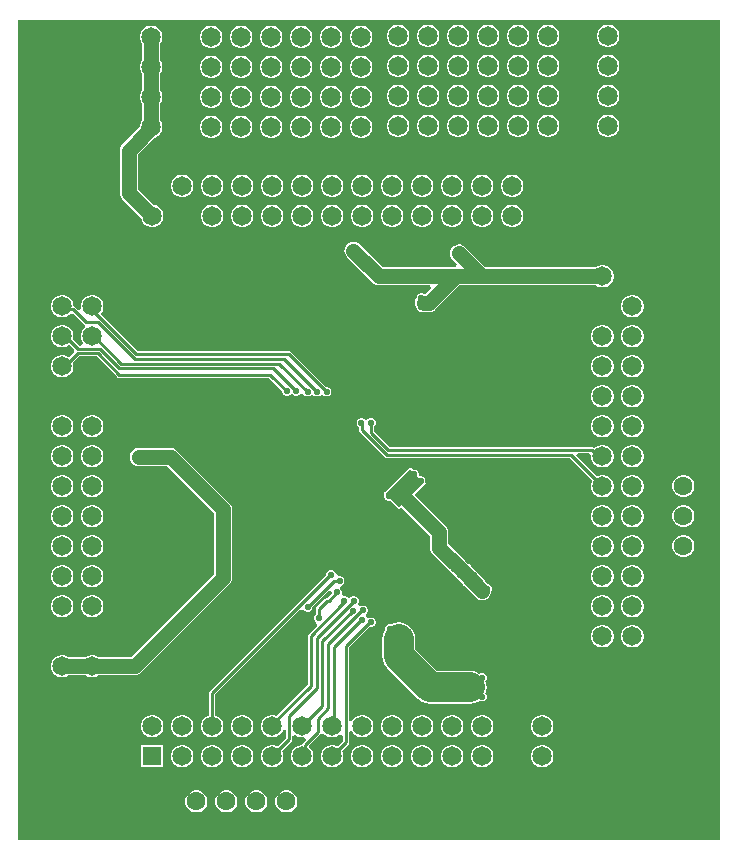
<source format=gbl>
G04*
G04 #@! TF.GenerationSoftware,Altium Limited,Altium Designer,23.2.1 (34)*
G04*
G04 Layer_Physical_Order=2*
G04 Layer_Color=16711680*
%FSLAX44Y44*%
%MOMM*%
G71*
G04*
G04 #@! TF.SameCoordinates,9FE4BF2E-1B0E-44D7-9BF9-3B0155518327*
G04*
G04*
G04 #@! TF.FilePolarity,Positive*
G04*
G01*
G75*
%ADD13C,0.2540*%
%ADD19R,1.6000X5.0000*%
%ADD52C,1.2700*%
%ADD53C,2.5400*%
%ADD58C,1.6500*%
%ADD59R,1.6500X1.6500*%
%ADD60R,1.6500X1.6500*%
%ADD61C,1.6000*%
%ADD62R,1.6000X1.6000*%
%ADD63R,1.6000X1.6000*%
%ADD64C,0.5600*%
%ADD65C,1.2700*%
G36*
X597147Y2824D02*
X2824D01*
Y697176D01*
X597147D01*
Y2824D01*
D02*
G37*
%LPC*%
G36*
X504053Y693520D02*
X501547D01*
X499125Y692871D01*
X496955Y691618D01*
X495182Y689845D01*
X493929Y687675D01*
X493280Y685253D01*
Y682747D01*
X493929Y680325D01*
X495182Y678155D01*
X496955Y676382D01*
X499125Y675129D01*
X501547Y674480D01*
X504053D01*
X506475Y675129D01*
X508645Y676382D01*
X510418Y678155D01*
X511671Y680325D01*
X512320Y682747D01*
Y685253D01*
X511671Y687675D01*
X510418Y689845D01*
X508645Y691618D01*
X506475Y692871D01*
X504053Y693520D01*
D02*
G37*
G36*
X453253D02*
X450747D01*
X448325Y692871D01*
X446155Y691618D01*
X444382Y689845D01*
X443129Y687675D01*
X442480Y685253D01*
Y682747D01*
X443129Y680325D01*
X444382Y678155D01*
X446155Y676382D01*
X448325Y675129D01*
X450747Y674480D01*
X453253D01*
X455675Y675129D01*
X457845Y676382D01*
X459618Y678155D01*
X460871Y680325D01*
X461520Y682747D01*
Y685253D01*
X460871Y687675D01*
X459618Y689845D01*
X457845Y691618D01*
X455675Y692871D01*
X453253Y693520D01*
D02*
G37*
G36*
X427853D02*
X425347D01*
X422925Y692871D01*
X420755Y691618D01*
X418982Y689845D01*
X417729Y687675D01*
X417080Y685253D01*
Y682747D01*
X417729Y680325D01*
X418982Y678155D01*
X420755Y676382D01*
X422925Y675129D01*
X425347Y674480D01*
X427853D01*
X430275Y675129D01*
X432445Y676382D01*
X434218Y678155D01*
X435471Y680325D01*
X436120Y682747D01*
Y685253D01*
X435471Y687675D01*
X434218Y689845D01*
X432445Y691618D01*
X430275Y692871D01*
X427853Y693520D01*
D02*
G37*
G36*
X402453D02*
X399947D01*
X397525Y692871D01*
X395355Y691618D01*
X393582Y689845D01*
X392329Y687675D01*
X391680Y685253D01*
Y682747D01*
X392329Y680325D01*
X393582Y678155D01*
X395355Y676382D01*
X397525Y675129D01*
X399947Y674480D01*
X402453D01*
X404875Y675129D01*
X407045Y676382D01*
X408818Y678155D01*
X410071Y680325D01*
X410720Y682747D01*
Y685253D01*
X410071Y687675D01*
X408818Y689845D01*
X407045Y691618D01*
X404875Y692871D01*
X402453Y693520D01*
D02*
G37*
G36*
X377053D02*
X374547D01*
X372125Y692871D01*
X369955Y691618D01*
X368182Y689845D01*
X366929Y687675D01*
X366280Y685253D01*
Y682747D01*
X366929Y680325D01*
X368182Y678155D01*
X369955Y676382D01*
X372125Y675129D01*
X374547Y674480D01*
X377053D01*
X379475Y675129D01*
X381645Y676382D01*
X383418Y678155D01*
X384671Y680325D01*
X385320Y682747D01*
Y685253D01*
X384671Y687675D01*
X383418Y689845D01*
X381645Y691618D01*
X379475Y692871D01*
X377053Y693520D01*
D02*
G37*
G36*
X351653D02*
X349147D01*
X346725Y692871D01*
X344555Y691618D01*
X342782Y689845D01*
X341529Y687675D01*
X340880Y685253D01*
Y682747D01*
X341529Y680325D01*
X342782Y678155D01*
X344555Y676382D01*
X346725Y675129D01*
X349147Y674480D01*
X351653D01*
X354075Y675129D01*
X356245Y676382D01*
X358018Y678155D01*
X359271Y680325D01*
X359920Y682747D01*
Y685253D01*
X359271Y687675D01*
X358018Y689845D01*
X356245Y691618D01*
X354075Y692871D01*
X351653Y693520D01*
D02*
G37*
G36*
X326253D02*
X323747D01*
X321325Y692871D01*
X319155Y691618D01*
X317382Y689845D01*
X316129Y687675D01*
X315480Y685253D01*
Y682747D01*
X316129Y680325D01*
X317382Y678155D01*
X319155Y676382D01*
X321325Y675129D01*
X323747Y674480D01*
X326253D01*
X328675Y675129D01*
X330845Y676382D01*
X332618Y678155D01*
X333871Y680325D01*
X334520Y682747D01*
Y685253D01*
X333871Y687675D01*
X332618Y689845D01*
X330845Y691618D01*
X328675Y692871D01*
X326253Y693520D01*
D02*
G37*
G36*
X295053Y692720D02*
X292547D01*
X290125Y692071D01*
X287955Y690818D01*
X286182Y689045D01*
X284929Y686875D01*
X284280Y684453D01*
Y681947D01*
X284929Y679525D01*
X286182Y677355D01*
X287955Y675582D01*
X290125Y674329D01*
X292547Y673680D01*
X295053D01*
X297475Y674329D01*
X299645Y675582D01*
X301418Y677355D01*
X302671Y679525D01*
X303320Y681947D01*
Y684453D01*
X302671Y686875D01*
X301418Y689045D01*
X299645Y690818D01*
X297475Y692071D01*
X295053Y692720D01*
D02*
G37*
G36*
X269653D02*
X267147D01*
X264725Y692071D01*
X262555Y690818D01*
X260782Y689045D01*
X259529Y686875D01*
X258880Y684453D01*
Y681947D01*
X259529Y679525D01*
X260782Y677355D01*
X262555Y675582D01*
X264725Y674329D01*
X267147Y673680D01*
X269653D01*
X272075Y674329D01*
X274245Y675582D01*
X276018Y677355D01*
X277271Y679525D01*
X277920Y681947D01*
Y684453D01*
X277271Y686875D01*
X276018Y689045D01*
X274245Y690818D01*
X272075Y692071D01*
X269653Y692720D01*
D02*
G37*
G36*
X244253D02*
X241747D01*
X239325Y692071D01*
X237155Y690818D01*
X235382Y689045D01*
X234129Y686875D01*
X233480Y684453D01*
Y681947D01*
X234129Y679525D01*
X235382Y677355D01*
X237155Y675582D01*
X239325Y674329D01*
X241747Y673680D01*
X244253D01*
X246675Y674329D01*
X248845Y675582D01*
X250618Y677355D01*
X251871Y679525D01*
X252520Y681947D01*
Y684453D01*
X251871Y686875D01*
X250618Y689045D01*
X248845Y690818D01*
X246675Y692071D01*
X244253Y692720D01*
D02*
G37*
G36*
X218853D02*
X216347D01*
X213925Y692071D01*
X211755Y690818D01*
X209982Y689045D01*
X208729Y686875D01*
X208080Y684453D01*
Y681947D01*
X208729Y679525D01*
X209982Y677355D01*
X211755Y675582D01*
X213925Y674329D01*
X216347Y673680D01*
X218853D01*
X221275Y674329D01*
X223445Y675582D01*
X225218Y677355D01*
X226471Y679525D01*
X227120Y681947D01*
Y684453D01*
X226471Y686875D01*
X225218Y689045D01*
X223445Y690818D01*
X221275Y692071D01*
X218853Y692720D01*
D02*
G37*
G36*
X193453D02*
X190947D01*
X188525Y692071D01*
X186355Y690818D01*
X184582Y689045D01*
X183329Y686875D01*
X182680Y684453D01*
Y681947D01*
X183329Y679525D01*
X184582Y677355D01*
X186355Y675582D01*
X188525Y674329D01*
X190947Y673680D01*
X193453D01*
X195875Y674329D01*
X198045Y675582D01*
X199818Y677355D01*
X201071Y679525D01*
X201720Y681947D01*
Y684453D01*
X201071Y686875D01*
X199818Y689045D01*
X198045Y690818D01*
X195875Y692071D01*
X193453Y692720D01*
D02*
G37*
G36*
X168053D02*
X165547D01*
X163125Y692071D01*
X160955Y690818D01*
X159182Y689045D01*
X157929Y686875D01*
X157280Y684453D01*
Y681947D01*
X157929Y679525D01*
X159182Y677355D01*
X160955Y675582D01*
X163125Y674329D01*
X165547Y673680D01*
X168053D01*
X170475Y674329D01*
X172645Y675582D01*
X174418Y677355D01*
X175671Y679525D01*
X176320Y681947D01*
Y684453D01*
X175671Y686875D01*
X174418Y689045D01*
X172645Y690818D01*
X170475Y692071D01*
X168053Y692720D01*
D02*
G37*
G36*
X504053Y668120D02*
X501547D01*
X499125Y667471D01*
X496955Y666218D01*
X495182Y664445D01*
X493929Y662275D01*
X493280Y659853D01*
Y657347D01*
X493929Y654925D01*
X495182Y652755D01*
X496955Y650982D01*
X499125Y649729D01*
X501547Y649080D01*
X504053D01*
X506475Y649729D01*
X508645Y650982D01*
X510418Y652755D01*
X511671Y654925D01*
X512320Y657347D01*
Y659853D01*
X511671Y662275D01*
X510418Y664445D01*
X508645Y666218D01*
X506475Y667471D01*
X504053Y668120D01*
D02*
G37*
G36*
X453253D02*
X450747D01*
X448325Y667471D01*
X446155Y666218D01*
X444382Y664445D01*
X443129Y662275D01*
X442480Y659853D01*
Y657347D01*
X443129Y654925D01*
X444382Y652755D01*
X446155Y650982D01*
X448325Y649729D01*
X450747Y649080D01*
X453253D01*
X455675Y649729D01*
X457845Y650982D01*
X459618Y652755D01*
X460871Y654925D01*
X461520Y657347D01*
Y659853D01*
X460871Y662275D01*
X459618Y664445D01*
X457845Y666218D01*
X455675Y667471D01*
X453253Y668120D01*
D02*
G37*
G36*
X427853D02*
X425347D01*
X422925Y667471D01*
X420755Y666218D01*
X418982Y664445D01*
X417729Y662275D01*
X417080Y659853D01*
Y657347D01*
X417729Y654925D01*
X418982Y652755D01*
X420755Y650982D01*
X422925Y649729D01*
X425347Y649080D01*
X427853D01*
X430275Y649729D01*
X432445Y650982D01*
X434218Y652755D01*
X435471Y654925D01*
X436120Y657347D01*
Y659853D01*
X435471Y662275D01*
X434218Y664445D01*
X432445Y666218D01*
X430275Y667471D01*
X427853Y668120D01*
D02*
G37*
G36*
X402453D02*
X399947D01*
X397525Y667471D01*
X395355Y666218D01*
X393582Y664445D01*
X392329Y662275D01*
X391680Y659853D01*
Y657347D01*
X392329Y654925D01*
X393582Y652755D01*
X395355Y650982D01*
X397525Y649729D01*
X399947Y649080D01*
X402453D01*
X404875Y649729D01*
X407045Y650982D01*
X408818Y652755D01*
X410071Y654925D01*
X410720Y657347D01*
Y659853D01*
X410071Y662275D01*
X408818Y664445D01*
X407045Y666218D01*
X404875Y667471D01*
X402453Y668120D01*
D02*
G37*
G36*
X377053D02*
X374547D01*
X372125Y667471D01*
X369955Y666218D01*
X368182Y664445D01*
X366929Y662275D01*
X366280Y659853D01*
Y657347D01*
X366929Y654925D01*
X368182Y652755D01*
X369955Y650982D01*
X372125Y649729D01*
X374547Y649080D01*
X377053D01*
X379475Y649729D01*
X381645Y650982D01*
X383418Y652755D01*
X384671Y654925D01*
X385320Y657347D01*
Y659853D01*
X384671Y662275D01*
X383418Y664445D01*
X381645Y666218D01*
X379475Y667471D01*
X377053Y668120D01*
D02*
G37*
G36*
X351653D02*
X349147D01*
X346725Y667471D01*
X344555Y666218D01*
X342782Y664445D01*
X341529Y662275D01*
X340880Y659853D01*
Y657347D01*
X341529Y654925D01*
X342782Y652755D01*
X344555Y650982D01*
X346725Y649729D01*
X349147Y649080D01*
X351653D01*
X354075Y649729D01*
X356245Y650982D01*
X358018Y652755D01*
X359271Y654925D01*
X359920Y657347D01*
Y659853D01*
X359271Y662275D01*
X358018Y664445D01*
X356245Y666218D01*
X354075Y667471D01*
X351653Y668120D01*
D02*
G37*
G36*
X326253D02*
X323747D01*
X321325Y667471D01*
X319155Y666218D01*
X317382Y664445D01*
X316129Y662275D01*
X315480Y659853D01*
Y657347D01*
X316129Y654925D01*
X317382Y652755D01*
X319155Y650982D01*
X321325Y649729D01*
X323747Y649080D01*
X326253D01*
X328675Y649729D01*
X330845Y650982D01*
X332618Y652755D01*
X333871Y654925D01*
X334520Y657347D01*
Y659853D01*
X333871Y662275D01*
X332618Y664445D01*
X330845Y666218D01*
X328675Y667471D01*
X326253Y668120D01*
D02*
G37*
G36*
X295053Y667320D02*
X292547D01*
X290125Y666671D01*
X287955Y665418D01*
X286182Y663645D01*
X284929Y661475D01*
X284280Y659053D01*
Y656547D01*
X284929Y654125D01*
X286182Y651955D01*
X287955Y650182D01*
X290125Y648929D01*
X292547Y648280D01*
X295053D01*
X297475Y648929D01*
X299645Y650182D01*
X301418Y651955D01*
X302671Y654125D01*
X303320Y656547D01*
Y659053D01*
X302671Y661475D01*
X301418Y663645D01*
X299645Y665418D01*
X297475Y666671D01*
X295053Y667320D01*
D02*
G37*
G36*
X269653D02*
X267147D01*
X264725Y666671D01*
X262555Y665418D01*
X260782Y663645D01*
X259529Y661475D01*
X258880Y659053D01*
Y656547D01*
X259529Y654125D01*
X260782Y651955D01*
X262555Y650182D01*
X264725Y648929D01*
X267147Y648280D01*
X269653D01*
X272075Y648929D01*
X274245Y650182D01*
X276018Y651955D01*
X277271Y654125D01*
X277920Y656547D01*
Y659053D01*
X277271Y661475D01*
X276018Y663645D01*
X274245Y665418D01*
X272075Y666671D01*
X269653Y667320D01*
D02*
G37*
G36*
X244253D02*
X241747D01*
X239325Y666671D01*
X237155Y665418D01*
X235382Y663645D01*
X234129Y661475D01*
X233480Y659053D01*
Y656547D01*
X234129Y654125D01*
X235382Y651955D01*
X237155Y650182D01*
X239325Y648929D01*
X241747Y648280D01*
X244253D01*
X246675Y648929D01*
X248845Y650182D01*
X250618Y651955D01*
X251871Y654125D01*
X252520Y656547D01*
Y659053D01*
X251871Y661475D01*
X250618Y663645D01*
X248845Y665418D01*
X246675Y666671D01*
X244253Y667320D01*
D02*
G37*
G36*
X218853D02*
X216347D01*
X213925Y666671D01*
X211755Y665418D01*
X209982Y663645D01*
X208729Y661475D01*
X208080Y659053D01*
Y656547D01*
X208729Y654125D01*
X209982Y651955D01*
X211755Y650182D01*
X213925Y648929D01*
X216347Y648280D01*
X218853D01*
X221275Y648929D01*
X223445Y650182D01*
X225218Y651955D01*
X226471Y654125D01*
X227120Y656547D01*
Y659053D01*
X226471Y661475D01*
X225218Y663645D01*
X223445Y665418D01*
X221275Y666671D01*
X218853Y667320D01*
D02*
G37*
G36*
X193453D02*
X190947D01*
X188525Y666671D01*
X186355Y665418D01*
X184582Y663645D01*
X183329Y661475D01*
X182680Y659053D01*
Y656547D01*
X183329Y654125D01*
X184582Y651955D01*
X186355Y650182D01*
X188525Y648929D01*
X190947Y648280D01*
X193453D01*
X195875Y648929D01*
X198045Y650182D01*
X199818Y651955D01*
X201071Y654125D01*
X201720Y656547D01*
Y659053D01*
X201071Y661475D01*
X199818Y663645D01*
X198045Y665418D01*
X195875Y666671D01*
X193453Y667320D01*
D02*
G37*
G36*
X168053D02*
X165547D01*
X163125Y666671D01*
X160955Y665418D01*
X159182Y663645D01*
X157929Y661475D01*
X157280Y659053D01*
Y656547D01*
X157929Y654125D01*
X159182Y651955D01*
X160955Y650182D01*
X163125Y648929D01*
X165547Y648280D01*
X168053D01*
X170475Y648929D01*
X172645Y650182D01*
X174418Y651955D01*
X175671Y654125D01*
X176320Y656547D01*
Y659053D01*
X175671Y661475D01*
X174418Y663645D01*
X172645Y665418D01*
X170475Y666671D01*
X168053Y667320D01*
D02*
G37*
G36*
X504053Y642720D02*
X501547D01*
X499125Y642071D01*
X496955Y640818D01*
X495182Y639045D01*
X493929Y636875D01*
X493280Y634453D01*
Y631947D01*
X493929Y629525D01*
X495182Y627355D01*
X496955Y625582D01*
X499125Y624329D01*
X501547Y623680D01*
X504053D01*
X506475Y624329D01*
X508645Y625582D01*
X510418Y627355D01*
X511671Y629525D01*
X512320Y631947D01*
Y634453D01*
X511671Y636875D01*
X510418Y639045D01*
X508645Y640818D01*
X506475Y642071D01*
X504053Y642720D01*
D02*
G37*
G36*
X453253D02*
X450747D01*
X448325Y642071D01*
X446155Y640818D01*
X444382Y639045D01*
X443129Y636875D01*
X442480Y634453D01*
Y631947D01*
X443129Y629525D01*
X444382Y627355D01*
X446155Y625582D01*
X448325Y624329D01*
X450747Y623680D01*
X453253D01*
X455675Y624329D01*
X457845Y625582D01*
X459618Y627355D01*
X460871Y629525D01*
X461520Y631947D01*
Y634453D01*
X460871Y636875D01*
X459618Y639045D01*
X457845Y640818D01*
X455675Y642071D01*
X453253Y642720D01*
D02*
G37*
G36*
X427853D02*
X425347D01*
X422925Y642071D01*
X420755Y640818D01*
X418982Y639045D01*
X417729Y636875D01*
X417080Y634453D01*
Y631947D01*
X417729Y629525D01*
X418982Y627355D01*
X420755Y625582D01*
X422925Y624329D01*
X425347Y623680D01*
X427853D01*
X430275Y624329D01*
X432445Y625582D01*
X434218Y627355D01*
X435471Y629525D01*
X436120Y631947D01*
Y634453D01*
X435471Y636875D01*
X434218Y639045D01*
X432445Y640818D01*
X430275Y642071D01*
X427853Y642720D01*
D02*
G37*
G36*
X402453D02*
X399947D01*
X397525Y642071D01*
X395355Y640818D01*
X393582Y639045D01*
X392329Y636875D01*
X391680Y634453D01*
Y631947D01*
X392329Y629525D01*
X393582Y627355D01*
X395355Y625582D01*
X397525Y624329D01*
X399947Y623680D01*
X402453D01*
X404875Y624329D01*
X407045Y625582D01*
X408818Y627355D01*
X410071Y629525D01*
X410720Y631947D01*
Y634453D01*
X410071Y636875D01*
X408818Y639045D01*
X407045Y640818D01*
X404875Y642071D01*
X402453Y642720D01*
D02*
G37*
G36*
X377053D02*
X374547D01*
X372125Y642071D01*
X369955Y640818D01*
X368182Y639045D01*
X366929Y636875D01*
X366280Y634453D01*
Y631947D01*
X366929Y629525D01*
X368182Y627355D01*
X369955Y625582D01*
X372125Y624329D01*
X374547Y623680D01*
X377053D01*
X379475Y624329D01*
X381645Y625582D01*
X383418Y627355D01*
X384671Y629525D01*
X385320Y631947D01*
Y634453D01*
X384671Y636875D01*
X383418Y639045D01*
X381645Y640818D01*
X379475Y642071D01*
X377053Y642720D01*
D02*
G37*
G36*
X351653D02*
X349147D01*
X346725Y642071D01*
X344555Y640818D01*
X342782Y639045D01*
X341529Y636875D01*
X340880Y634453D01*
Y631947D01*
X341529Y629525D01*
X342782Y627355D01*
X344555Y625582D01*
X346725Y624329D01*
X349147Y623680D01*
X351653D01*
X354075Y624329D01*
X356245Y625582D01*
X358018Y627355D01*
X359271Y629525D01*
X359920Y631947D01*
Y634453D01*
X359271Y636875D01*
X358018Y639045D01*
X356245Y640818D01*
X354075Y642071D01*
X351653Y642720D01*
D02*
G37*
G36*
X326253D02*
X323747D01*
X321325Y642071D01*
X319155Y640818D01*
X317382Y639045D01*
X316129Y636875D01*
X315480Y634453D01*
Y631947D01*
X316129Y629525D01*
X317382Y627355D01*
X319155Y625582D01*
X321325Y624329D01*
X323747Y623680D01*
X326253D01*
X328675Y624329D01*
X330845Y625582D01*
X332618Y627355D01*
X333871Y629525D01*
X334520Y631947D01*
Y634453D01*
X333871Y636875D01*
X332618Y639045D01*
X330845Y640818D01*
X328675Y642071D01*
X326253Y642720D01*
D02*
G37*
G36*
X295053Y641920D02*
X292547D01*
X290125Y641271D01*
X287955Y640018D01*
X286182Y638245D01*
X284929Y636075D01*
X284280Y633653D01*
Y631147D01*
X284929Y628725D01*
X286182Y626555D01*
X287955Y624782D01*
X290125Y623529D01*
X292547Y622880D01*
X295053D01*
X297475Y623529D01*
X299645Y624782D01*
X301418Y626555D01*
X302671Y628725D01*
X303320Y631147D01*
Y633653D01*
X302671Y636075D01*
X301418Y638245D01*
X299645Y640018D01*
X297475Y641271D01*
X295053Y641920D01*
D02*
G37*
G36*
X269653D02*
X267147D01*
X264725Y641271D01*
X262555Y640018D01*
X260782Y638245D01*
X259529Y636075D01*
X258880Y633653D01*
Y631147D01*
X259529Y628725D01*
X260782Y626555D01*
X262555Y624782D01*
X264725Y623529D01*
X267147Y622880D01*
X269653D01*
X272075Y623529D01*
X274245Y624782D01*
X276018Y626555D01*
X277271Y628725D01*
X277920Y631147D01*
Y633653D01*
X277271Y636075D01*
X276018Y638245D01*
X274245Y640018D01*
X272075Y641271D01*
X269653Y641920D01*
D02*
G37*
G36*
X244253D02*
X241747D01*
X239325Y641271D01*
X237155Y640018D01*
X235382Y638245D01*
X234129Y636075D01*
X233480Y633653D01*
Y631147D01*
X234129Y628725D01*
X235382Y626555D01*
X237155Y624782D01*
X239325Y623529D01*
X241747Y622880D01*
X244253D01*
X246675Y623529D01*
X248845Y624782D01*
X250618Y626555D01*
X251871Y628725D01*
X252520Y631147D01*
Y633653D01*
X251871Y636075D01*
X250618Y638245D01*
X248845Y640018D01*
X246675Y641271D01*
X244253Y641920D01*
D02*
G37*
G36*
X218853D02*
X216347D01*
X213925Y641271D01*
X211755Y640018D01*
X209982Y638245D01*
X208729Y636075D01*
X208080Y633653D01*
Y631147D01*
X208729Y628725D01*
X209982Y626555D01*
X211755Y624782D01*
X213925Y623529D01*
X216347Y622880D01*
X218853D01*
X221275Y623529D01*
X223445Y624782D01*
X225218Y626555D01*
X226471Y628725D01*
X227120Y631147D01*
Y633653D01*
X226471Y636075D01*
X225218Y638245D01*
X223445Y640018D01*
X221275Y641271D01*
X218853Y641920D01*
D02*
G37*
G36*
X193453D02*
X190947D01*
X188525Y641271D01*
X186355Y640018D01*
X184582Y638245D01*
X183329Y636075D01*
X182680Y633653D01*
Y631147D01*
X183329Y628725D01*
X184582Y626555D01*
X186355Y624782D01*
X188525Y623529D01*
X190947Y622880D01*
X193453D01*
X195875Y623529D01*
X198045Y624782D01*
X199818Y626555D01*
X201071Y628725D01*
X201720Y631147D01*
Y633653D01*
X201071Y636075D01*
X199818Y638245D01*
X198045Y640018D01*
X195875Y641271D01*
X193453Y641920D01*
D02*
G37*
G36*
X168053D02*
X165547D01*
X163125Y641271D01*
X160955Y640018D01*
X159182Y638245D01*
X157929Y636075D01*
X157280Y633653D01*
Y631147D01*
X157929Y628725D01*
X159182Y626555D01*
X160955Y624782D01*
X163125Y623529D01*
X165547Y622880D01*
X168053D01*
X170475Y623529D01*
X172645Y624782D01*
X174418Y626555D01*
X175671Y628725D01*
X176320Y631147D01*
Y633653D01*
X175671Y636075D01*
X174418Y638245D01*
X172645Y640018D01*
X170475Y641271D01*
X168053Y641920D01*
D02*
G37*
G36*
X504053Y617320D02*
X501547D01*
X499125Y616671D01*
X496955Y615418D01*
X495182Y613645D01*
X493929Y611475D01*
X493280Y609053D01*
Y606547D01*
X493929Y604125D01*
X495182Y601955D01*
X496955Y600182D01*
X499125Y598929D01*
X501547Y598280D01*
X504053D01*
X506475Y598929D01*
X508645Y600182D01*
X510418Y601955D01*
X511671Y604125D01*
X512320Y606547D01*
Y609053D01*
X511671Y611475D01*
X510418Y613645D01*
X508645Y615418D01*
X506475Y616671D01*
X504053Y617320D01*
D02*
G37*
G36*
X453253D02*
X450747D01*
X448325Y616671D01*
X446155Y615418D01*
X444382Y613645D01*
X443129Y611475D01*
X442480Y609053D01*
Y606547D01*
X443129Y604125D01*
X444382Y601955D01*
X446155Y600182D01*
X448325Y598929D01*
X450747Y598280D01*
X453253D01*
X455675Y598929D01*
X457845Y600182D01*
X459618Y601955D01*
X460871Y604125D01*
X461520Y606547D01*
Y609053D01*
X460871Y611475D01*
X459618Y613645D01*
X457845Y615418D01*
X455675Y616671D01*
X453253Y617320D01*
D02*
G37*
G36*
X427853D02*
X425347D01*
X422925Y616671D01*
X420755Y615418D01*
X418982Y613645D01*
X417729Y611475D01*
X417080Y609053D01*
Y606547D01*
X417729Y604125D01*
X418982Y601955D01*
X420755Y600182D01*
X422925Y598929D01*
X425347Y598280D01*
X427853D01*
X430275Y598929D01*
X432445Y600182D01*
X434218Y601955D01*
X435471Y604125D01*
X436120Y606547D01*
Y609053D01*
X435471Y611475D01*
X434218Y613645D01*
X432445Y615418D01*
X430275Y616671D01*
X427853Y617320D01*
D02*
G37*
G36*
X402453D02*
X399947D01*
X397525Y616671D01*
X395355Y615418D01*
X393582Y613645D01*
X392329Y611475D01*
X391680Y609053D01*
Y606547D01*
X392329Y604125D01*
X393582Y601955D01*
X395355Y600182D01*
X397525Y598929D01*
X399947Y598280D01*
X402453D01*
X404875Y598929D01*
X407045Y600182D01*
X408818Y601955D01*
X410071Y604125D01*
X410720Y606547D01*
Y609053D01*
X410071Y611475D01*
X408818Y613645D01*
X407045Y615418D01*
X404875Y616671D01*
X402453Y617320D01*
D02*
G37*
G36*
X377053D02*
X374547D01*
X372125Y616671D01*
X369955Y615418D01*
X368182Y613645D01*
X366929Y611475D01*
X366280Y609053D01*
Y606547D01*
X366929Y604125D01*
X368182Y601955D01*
X369955Y600182D01*
X372125Y598929D01*
X374547Y598280D01*
X377053D01*
X379475Y598929D01*
X381645Y600182D01*
X383418Y601955D01*
X384671Y604125D01*
X385320Y606547D01*
Y609053D01*
X384671Y611475D01*
X383418Y613645D01*
X381645Y615418D01*
X379475Y616671D01*
X377053Y617320D01*
D02*
G37*
G36*
X351653D02*
X349147D01*
X346725Y616671D01*
X344555Y615418D01*
X342782Y613645D01*
X341529Y611475D01*
X340880Y609053D01*
Y606547D01*
X341529Y604125D01*
X342782Y601955D01*
X344555Y600182D01*
X346725Y598929D01*
X349147Y598280D01*
X351653D01*
X354075Y598929D01*
X356245Y600182D01*
X358018Y601955D01*
X359271Y604125D01*
X359920Y606547D01*
Y609053D01*
X359271Y611475D01*
X358018Y613645D01*
X356245Y615418D01*
X354075Y616671D01*
X351653Y617320D01*
D02*
G37*
G36*
X326253D02*
X323747D01*
X321325Y616671D01*
X319155Y615418D01*
X317382Y613645D01*
X316129Y611475D01*
X315480Y609053D01*
Y606547D01*
X316129Y604125D01*
X317382Y601955D01*
X319155Y600182D01*
X321325Y598929D01*
X323747Y598280D01*
X326253D01*
X328675Y598929D01*
X330845Y600182D01*
X332618Y601955D01*
X333871Y604125D01*
X334520Y606547D01*
Y609053D01*
X333871Y611475D01*
X332618Y613645D01*
X330845Y615418D01*
X328675Y616671D01*
X326253Y617320D01*
D02*
G37*
G36*
X295053Y616520D02*
X292547D01*
X290125Y615871D01*
X287955Y614618D01*
X286182Y612845D01*
X284929Y610675D01*
X284280Y608253D01*
Y605747D01*
X284929Y603325D01*
X286182Y601155D01*
X287955Y599382D01*
X290125Y598129D01*
X292547Y597480D01*
X295053D01*
X297475Y598129D01*
X299645Y599382D01*
X301418Y601155D01*
X302671Y603325D01*
X303320Y605747D01*
Y608253D01*
X302671Y610675D01*
X301418Y612845D01*
X299645Y614618D01*
X297475Y615871D01*
X295053Y616520D01*
D02*
G37*
G36*
X269653D02*
X267147D01*
X264725Y615871D01*
X262555Y614618D01*
X260782Y612845D01*
X259529Y610675D01*
X258880Y608253D01*
Y605747D01*
X259529Y603325D01*
X260782Y601155D01*
X262555Y599382D01*
X264725Y598129D01*
X267147Y597480D01*
X269653D01*
X272075Y598129D01*
X274245Y599382D01*
X276018Y601155D01*
X277271Y603325D01*
X277920Y605747D01*
Y608253D01*
X277271Y610675D01*
X276018Y612845D01*
X274245Y614618D01*
X272075Y615871D01*
X269653Y616520D01*
D02*
G37*
G36*
X244253D02*
X241747D01*
X239325Y615871D01*
X237155Y614618D01*
X235382Y612845D01*
X234129Y610675D01*
X233480Y608253D01*
Y605747D01*
X234129Y603325D01*
X235382Y601155D01*
X237155Y599382D01*
X239325Y598129D01*
X241747Y597480D01*
X244253D01*
X246675Y598129D01*
X248845Y599382D01*
X250618Y601155D01*
X251871Y603325D01*
X252520Y605747D01*
Y608253D01*
X251871Y610675D01*
X250618Y612845D01*
X248845Y614618D01*
X246675Y615871D01*
X244253Y616520D01*
D02*
G37*
G36*
X218853D02*
X216347D01*
X213925Y615871D01*
X211755Y614618D01*
X209982Y612845D01*
X208729Y610675D01*
X208080Y608253D01*
Y605747D01*
X208729Y603325D01*
X209982Y601155D01*
X211755Y599382D01*
X213925Y598129D01*
X216347Y597480D01*
X218853D01*
X221275Y598129D01*
X223445Y599382D01*
X225218Y601155D01*
X226471Y603325D01*
X227120Y605747D01*
Y608253D01*
X226471Y610675D01*
X225218Y612845D01*
X223445Y614618D01*
X221275Y615871D01*
X218853Y616520D01*
D02*
G37*
G36*
X193453D02*
X190947D01*
X188525Y615871D01*
X186355Y614618D01*
X184582Y612845D01*
X183329Y610675D01*
X182680Y608253D01*
Y605747D01*
X183329Y603325D01*
X184582Y601155D01*
X186355Y599382D01*
X188525Y598129D01*
X190947Y597480D01*
X193453D01*
X195875Y598129D01*
X198045Y599382D01*
X199818Y601155D01*
X201071Y603325D01*
X201720Y605747D01*
Y608253D01*
X201071Y610675D01*
X199818Y612845D01*
X198045Y614618D01*
X195875Y615871D01*
X193453Y616520D01*
D02*
G37*
G36*
X168053D02*
X165547D01*
X163125Y615871D01*
X160955Y614618D01*
X159182Y612845D01*
X157929Y610675D01*
X157280Y608253D01*
Y605747D01*
X157929Y603325D01*
X159182Y601155D01*
X160955Y599382D01*
X163125Y598129D01*
X165547Y597480D01*
X168053D01*
X170475Y598129D01*
X172645Y599382D01*
X174418Y601155D01*
X175671Y603325D01*
X176320Y605747D01*
Y608253D01*
X175671Y610675D01*
X174418Y612845D01*
X172645Y614618D01*
X170475Y615871D01*
X168053Y616520D01*
D02*
G37*
G36*
X422870Y566500D02*
X420364D01*
X417942Y565851D01*
X415772Y564598D01*
X413999Y562826D01*
X412746Y560655D01*
X412097Y558233D01*
Y555727D01*
X412746Y553306D01*
X413999Y551135D01*
X415772Y549362D01*
X417942Y548109D01*
X420364Y547460D01*
X422870D01*
X425291Y548109D01*
X427462Y549362D01*
X429235Y551135D01*
X430488Y553306D01*
X431137Y555727D01*
Y558233D01*
X430488Y560655D01*
X429235Y562826D01*
X427462Y564598D01*
X425291Y565851D01*
X422870Y566500D01*
D02*
G37*
G36*
X397470D02*
X394964D01*
X392542Y565851D01*
X390372Y564598D01*
X388599Y562826D01*
X387346Y560655D01*
X386697Y558233D01*
Y555727D01*
X387346Y553306D01*
X388599Y551135D01*
X390372Y549362D01*
X392542Y548109D01*
X394964Y547460D01*
X397470D01*
X399892Y548109D01*
X402062Y549362D01*
X403835Y551135D01*
X405088Y553306D01*
X405737Y555727D01*
Y558233D01*
X405088Y560655D01*
X403835Y562826D01*
X402062Y564598D01*
X399892Y565851D01*
X397470Y566500D01*
D02*
G37*
G36*
X372070D02*
X369564D01*
X367142Y565851D01*
X364972Y564598D01*
X363199Y562826D01*
X361946Y560655D01*
X361297Y558233D01*
Y555727D01*
X361946Y553306D01*
X363199Y551135D01*
X364972Y549362D01*
X367142Y548109D01*
X369564Y547460D01*
X372070D01*
X374492Y548109D01*
X376662Y549362D01*
X378435Y551135D01*
X379688Y553306D01*
X380337Y555727D01*
Y558233D01*
X379688Y560655D01*
X378435Y562826D01*
X376662Y564598D01*
X374492Y565851D01*
X372070Y566500D01*
D02*
G37*
G36*
X346670D02*
X344164D01*
X341742Y565851D01*
X339572Y564598D01*
X337799Y562826D01*
X336546Y560655D01*
X335897Y558233D01*
Y555727D01*
X336546Y553306D01*
X337799Y551135D01*
X339572Y549362D01*
X341742Y548109D01*
X344164Y547460D01*
X346670D01*
X349091Y548109D01*
X351262Y549362D01*
X353035Y551135D01*
X354288Y553306D01*
X354937Y555727D01*
Y558233D01*
X354288Y560655D01*
X353035Y562826D01*
X351262Y564598D01*
X349091Y565851D01*
X346670Y566500D01*
D02*
G37*
G36*
X321270D02*
X318764D01*
X316342Y565851D01*
X314172Y564598D01*
X312399Y562826D01*
X311146Y560655D01*
X310497Y558233D01*
Y555727D01*
X311146Y553306D01*
X312399Y551135D01*
X314172Y549362D01*
X316342Y548109D01*
X318764Y547460D01*
X321270D01*
X323691Y548109D01*
X325862Y549362D01*
X327635Y551135D01*
X328888Y553306D01*
X329537Y555727D01*
Y558233D01*
X328888Y560655D01*
X327635Y562826D01*
X325862Y564598D01*
X323691Y565851D01*
X321270Y566500D01*
D02*
G37*
G36*
X295870D02*
X293364D01*
X290942Y565851D01*
X288772Y564598D01*
X286999Y562826D01*
X285746Y560655D01*
X285097Y558233D01*
Y555727D01*
X285746Y553306D01*
X286999Y551135D01*
X288772Y549362D01*
X290942Y548109D01*
X293364Y547460D01*
X295870D01*
X298291Y548109D01*
X300462Y549362D01*
X302235Y551135D01*
X303488Y553306D01*
X304137Y555727D01*
Y558233D01*
X303488Y560655D01*
X302235Y562826D01*
X300462Y564598D01*
X298291Y565851D01*
X295870Y566500D01*
D02*
G37*
G36*
X270470D02*
X267964D01*
X265542Y565851D01*
X263372Y564598D01*
X261599Y562826D01*
X260346Y560655D01*
X259697Y558233D01*
Y555727D01*
X260346Y553306D01*
X261599Y551135D01*
X263372Y549362D01*
X265542Y548109D01*
X267964Y547460D01*
X270470D01*
X272892Y548109D01*
X275062Y549362D01*
X276835Y551135D01*
X278088Y553306D01*
X278737Y555727D01*
Y558233D01*
X278088Y560655D01*
X276835Y562826D01*
X275062Y564598D01*
X272892Y565851D01*
X270470Y566500D01*
D02*
G37*
G36*
X245070D02*
X242564D01*
X240142Y565851D01*
X237972Y564598D01*
X236199Y562826D01*
X234946Y560655D01*
X234297Y558233D01*
Y555727D01*
X234946Y553306D01*
X236199Y551135D01*
X237972Y549362D01*
X240142Y548109D01*
X242564Y547460D01*
X245070D01*
X247491Y548109D01*
X249662Y549362D01*
X251435Y551135D01*
X252688Y553306D01*
X253337Y555727D01*
Y558233D01*
X252688Y560655D01*
X251435Y562826D01*
X249662Y564598D01*
X247491Y565851D01*
X245070Y566500D01*
D02*
G37*
G36*
X219670D02*
X217164D01*
X214742Y565851D01*
X212572Y564598D01*
X210799Y562826D01*
X209546Y560655D01*
X208897Y558233D01*
Y555727D01*
X209546Y553306D01*
X210799Y551135D01*
X212572Y549362D01*
X214742Y548109D01*
X217164Y547460D01*
X219670D01*
X222092Y548109D01*
X224262Y549362D01*
X226035Y551135D01*
X227288Y553306D01*
X227937Y555727D01*
Y558233D01*
X227288Y560655D01*
X226035Y562826D01*
X224262Y564598D01*
X222092Y565851D01*
X219670Y566500D01*
D02*
G37*
G36*
X194270D02*
X191764D01*
X189342Y565851D01*
X187172Y564598D01*
X185399Y562826D01*
X184146Y560655D01*
X183497Y558233D01*
Y555727D01*
X184146Y553306D01*
X185399Y551135D01*
X187172Y549362D01*
X189342Y548109D01*
X191764Y547460D01*
X194270D01*
X196691Y548109D01*
X198862Y549362D01*
X200635Y551135D01*
X201888Y553306D01*
X202537Y555727D01*
Y558233D01*
X201888Y560655D01*
X200635Y562826D01*
X198862Y564598D01*
X196691Y565851D01*
X194270Y566500D01*
D02*
G37*
G36*
X168870D02*
X166364D01*
X163942Y565851D01*
X161772Y564598D01*
X159999Y562826D01*
X158746Y560655D01*
X158097Y558233D01*
Y555727D01*
X158746Y553306D01*
X159999Y551135D01*
X161772Y549362D01*
X163942Y548109D01*
X166364Y547460D01*
X168870D01*
X171292Y548109D01*
X173462Y549362D01*
X175235Y551135D01*
X176488Y553306D01*
X177137Y555727D01*
Y558233D01*
X176488Y560655D01*
X175235Y562826D01*
X173462Y564598D01*
X171292Y565851D01*
X168870Y566500D01*
D02*
G37*
G36*
X143470D02*
X140964D01*
X138542Y565851D01*
X136372Y564598D01*
X134599Y562826D01*
X133346Y560655D01*
X132697Y558233D01*
Y555727D01*
X133346Y553306D01*
X134599Y551135D01*
X136372Y549362D01*
X138542Y548109D01*
X140964Y547460D01*
X143470D01*
X145892Y548109D01*
X148062Y549362D01*
X149835Y551135D01*
X151088Y553306D01*
X151737Y555727D01*
Y558233D01*
X151088Y560655D01*
X149835Y562826D01*
X148062Y564598D01*
X145892Y565851D01*
X143470Y566500D01*
D02*
G37*
G36*
X422870Y541100D02*
X420364D01*
X417942Y540451D01*
X415772Y539198D01*
X413999Y537425D01*
X412746Y535255D01*
X412097Y532834D01*
Y530327D01*
X412746Y527906D01*
X413999Y525735D01*
X415772Y523962D01*
X417942Y522709D01*
X420364Y522060D01*
X422870D01*
X425291Y522709D01*
X427462Y523962D01*
X429235Y525735D01*
X430488Y527906D01*
X431137Y530327D01*
Y532834D01*
X430488Y535255D01*
X429235Y537425D01*
X427462Y539198D01*
X425291Y540451D01*
X422870Y541100D01*
D02*
G37*
G36*
X397470D02*
X394964D01*
X392542Y540451D01*
X390372Y539198D01*
X388599Y537425D01*
X387346Y535255D01*
X386697Y532834D01*
Y530327D01*
X387346Y527906D01*
X388599Y525735D01*
X390372Y523962D01*
X392542Y522709D01*
X394964Y522060D01*
X397470D01*
X399892Y522709D01*
X402062Y523962D01*
X403835Y525735D01*
X405088Y527906D01*
X405737Y530327D01*
Y532834D01*
X405088Y535255D01*
X403835Y537425D01*
X402062Y539198D01*
X399892Y540451D01*
X397470Y541100D01*
D02*
G37*
G36*
X372070D02*
X369564D01*
X367142Y540451D01*
X364972Y539198D01*
X363199Y537425D01*
X361946Y535255D01*
X361297Y532834D01*
Y530327D01*
X361946Y527906D01*
X363199Y525735D01*
X364972Y523962D01*
X367142Y522709D01*
X369564Y522060D01*
X372070D01*
X374492Y522709D01*
X376662Y523962D01*
X378435Y525735D01*
X379688Y527906D01*
X380337Y530327D01*
Y532834D01*
X379688Y535255D01*
X378435Y537425D01*
X376662Y539198D01*
X374492Y540451D01*
X372070Y541100D01*
D02*
G37*
G36*
X346670D02*
X344164D01*
X341742Y540451D01*
X339572Y539198D01*
X337799Y537425D01*
X336546Y535255D01*
X335897Y532834D01*
Y530327D01*
X336546Y527906D01*
X337799Y525735D01*
X339572Y523962D01*
X341742Y522709D01*
X344164Y522060D01*
X346670D01*
X349091Y522709D01*
X351262Y523962D01*
X353035Y525735D01*
X354288Y527906D01*
X354937Y530327D01*
Y532834D01*
X354288Y535255D01*
X353035Y537425D01*
X351262Y539198D01*
X349091Y540451D01*
X346670Y541100D01*
D02*
G37*
G36*
X321270D02*
X318764D01*
X316342Y540451D01*
X314172Y539198D01*
X312399Y537425D01*
X311146Y535255D01*
X310497Y532834D01*
Y530327D01*
X311146Y527906D01*
X312399Y525735D01*
X314172Y523962D01*
X316342Y522709D01*
X318764Y522060D01*
X321270D01*
X323691Y522709D01*
X325862Y523962D01*
X327635Y525735D01*
X328888Y527906D01*
X329537Y530327D01*
Y532834D01*
X328888Y535255D01*
X327635Y537425D01*
X325862Y539198D01*
X323691Y540451D01*
X321270Y541100D01*
D02*
G37*
G36*
X295870D02*
X293364D01*
X290942Y540451D01*
X288772Y539198D01*
X286999Y537425D01*
X285746Y535255D01*
X285097Y532834D01*
Y530327D01*
X285746Y527906D01*
X286999Y525735D01*
X288772Y523962D01*
X290942Y522709D01*
X293364Y522060D01*
X295870D01*
X298291Y522709D01*
X300462Y523962D01*
X302235Y525735D01*
X303488Y527906D01*
X304137Y530327D01*
Y532834D01*
X303488Y535255D01*
X302235Y537425D01*
X300462Y539198D01*
X298291Y540451D01*
X295870Y541100D01*
D02*
G37*
G36*
X270470D02*
X267964D01*
X265542Y540451D01*
X263372Y539198D01*
X261599Y537425D01*
X260346Y535255D01*
X259697Y532834D01*
Y530327D01*
X260346Y527906D01*
X261599Y525735D01*
X263372Y523962D01*
X265542Y522709D01*
X267964Y522060D01*
X270470D01*
X272892Y522709D01*
X275062Y523962D01*
X276835Y525735D01*
X278088Y527906D01*
X278737Y530327D01*
Y532834D01*
X278088Y535255D01*
X276835Y537425D01*
X275062Y539198D01*
X272892Y540451D01*
X270470Y541100D01*
D02*
G37*
G36*
X245070D02*
X242564D01*
X240142Y540451D01*
X237972Y539198D01*
X236199Y537425D01*
X234946Y535255D01*
X234297Y532834D01*
Y530327D01*
X234946Y527906D01*
X236199Y525735D01*
X237972Y523962D01*
X240142Y522709D01*
X242564Y522060D01*
X245070D01*
X247491Y522709D01*
X249662Y523962D01*
X251435Y525735D01*
X252688Y527906D01*
X253337Y530327D01*
Y532834D01*
X252688Y535255D01*
X251435Y537425D01*
X249662Y539198D01*
X247491Y540451D01*
X245070Y541100D01*
D02*
G37*
G36*
X219670D02*
X217164D01*
X214742Y540451D01*
X212572Y539198D01*
X210799Y537425D01*
X209546Y535255D01*
X208897Y532834D01*
Y530327D01*
X209546Y527906D01*
X210799Y525735D01*
X212572Y523962D01*
X214742Y522709D01*
X217164Y522060D01*
X219670D01*
X222092Y522709D01*
X224262Y523962D01*
X226035Y525735D01*
X227288Y527906D01*
X227937Y530327D01*
Y532834D01*
X227288Y535255D01*
X226035Y537425D01*
X224262Y539198D01*
X222092Y540451D01*
X219670Y541100D01*
D02*
G37*
G36*
X194270D02*
X191764D01*
X189342Y540451D01*
X187172Y539198D01*
X185399Y537425D01*
X184146Y535255D01*
X183497Y532834D01*
Y530327D01*
X184146Y527906D01*
X185399Y525735D01*
X187172Y523962D01*
X189342Y522709D01*
X191764Y522060D01*
X194270D01*
X196691Y522709D01*
X198862Y523962D01*
X200635Y525735D01*
X201888Y527906D01*
X202537Y530327D01*
Y532834D01*
X201888Y535255D01*
X200635Y537425D01*
X198862Y539198D01*
X196691Y540451D01*
X194270Y541100D01*
D02*
G37*
G36*
X168870D02*
X166364D01*
X163942Y540451D01*
X161772Y539198D01*
X159999Y537425D01*
X158746Y535255D01*
X158097Y532834D01*
Y530327D01*
X158746Y527906D01*
X159999Y525735D01*
X161772Y523962D01*
X163942Y522709D01*
X166364Y522060D01*
X168870D01*
X171292Y522709D01*
X173462Y523962D01*
X175235Y525735D01*
X176488Y527906D01*
X177137Y530327D01*
Y532834D01*
X176488Y535255D01*
X175235Y537425D01*
X173462Y539198D01*
X171292Y540451D01*
X168870Y541100D01*
D02*
G37*
G36*
X117253Y692720D02*
X114747D01*
X112325Y692071D01*
X110155Y690818D01*
X108382Y689045D01*
X107129Y686875D01*
X106480Y684453D01*
Y681947D01*
X107129Y679525D01*
X108314Y677472D01*
Y663528D01*
X107129Y661475D01*
X106480Y659053D01*
Y656547D01*
X107129Y654125D01*
X108314Y652072D01*
Y638128D01*
X107129Y636075D01*
X106480Y633653D01*
Y631147D01*
X107129Y628725D01*
X108314Y626672D01*
Y612728D01*
X107129Y610675D01*
X106480Y608253D01*
Y607321D01*
X91565Y592406D01*
X90344Y590815D01*
X89576Y588961D01*
X89314Y586972D01*
Y551397D01*
X89576Y549408D01*
X90344Y547554D01*
X91565Y545962D01*
X107332Y530196D01*
X107946Y527906D01*
X109199Y525735D01*
X110972Y523962D01*
X113142Y522709D01*
X115564Y522060D01*
X118070D01*
X120492Y522709D01*
X122662Y523962D01*
X124435Y525735D01*
X125688Y527906D01*
X126337Y530327D01*
Y532834D01*
X125688Y535255D01*
X124435Y537425D01*
X122662Y539198D01*
X120492Y540451D01*
X118201Y541065D01*
X104686Y554581D01*
Y583788D01*
X118789Y597892D01*
X119675Y598129D01*
X121845Y599382D01*
X123618Y601155D01*
X124871Y603325D01*
X125520Y605747D01*
Y608253D01*
X124871Y610675D01*
X123686Y612728D01*
Y626672D01*
X124871Y628725D01*
X125520Y631147D01*
Y633653D01*
X124871Y636075D01*
X123686Y638128D01*
Y652072D01*
X124871Y654125D01*
X125520Y656547D01*
Y659053D01*
X124871Y661475D01*
X123686Y663528D01*
Y677472D01*
X124871Y679525D01*
X125520Y681947D01*
Y684453D01*
X124871Y686875D01*
X123618Y689045D01*
X121845Y690818D01*
X119675Y692071D01*
X117253Y692720D01*
D02*
G37*
G36*
X287198Y509691D02*
X285209Y509430D01*
X283355Y508662D01*
X281763Y507440D01*
X280542Y505849D01*
X279774Y503995D01*
X279512Y502006D01*
X279774Y500016D01*
X280542Y498163D01*
X281763Y496571D01*
X303148Y475186D01*
X304740Y473964D01*
X306594Y473196D01*
X308583Y472934D01*
X351889D01*
X352861Y470588D01*
X347997Y465724D01*
X347091D01*
X347035Y465780D01*
X345539Y466400D01*
X343920D01*
X342424Y465780D01*
X341279Y464635D01*
X340660Y463139D01*
Y462704D01*
X340028Y461881D01*
X339261Y460027D01*
X338999Y458038D01*
X339261Y456049D01*
X340028Y454195D01*
X340793Y453200D01*
X341279Y452024D01*
X342424Y450879D01*
X343920Y450260D01*
X345539D01*
X345985Y450444D01*
X346685Y450352D01*
X351180D01*
X351572Y450404D01*
X351920Y450260D01*
X353539D01*
X355035Y450879D01*
X356180Y452024D01*
X356329Y452384D01*
X356615Y452603D01*
X376946Y472934D01*
X395761D01*
X395761Y472934D01*
X395761Y472934D01*
X492179D01*
X494232Y471749D01*
X496654Y471100D01*
X499160D01*
X501581Y471749D01*
X503752Y473002D01*
X505525Y474775D01*
X506778Y476946D01*
X507427Y479367D01*
Y481874D01*
X506778Y484295D01*
X505525Y486466D01*
X503752Y488238D01*
X501581Y489491D01*
X499160Y490140D01*
X496654D01*
X494232Y489491D01*
X492179Y488306D01*
X398944D01*
X381893Y505358D01*
X380301Y506579D01*
X378447Y507347D01*
X378135Y507388D01*
X377936Y507470D01*
X377509D01*
X376458Y507609D01*
X374469Y507347D01*
X372615Y506579D01*
X371023Y505358D01*
X369802Y503766D01*
X369034Y501912D01*
X368772Y499923D01*
X369034Y497934D01*
X369802Y496080D01*
X371023Y494488D01*
X374859Y490653D01*
X374125Y488881D01*
X373614Y488306D01*
X311767D01*
X292633Y507440D01*
X291041Y508662D01*
X289187Y509430D01*
X287198Y509691D01*
D02*
G37*
G36*
X67180Y464740D02*
X64674D01*
X62252Y464091D01*
X60082Y462838D01*
X58309Y461065D01*
X57056Y458895D01*
X56407Y456474D01*
Y453967D01*
X56634Y453121D01*
X54356Y451806D01*
X51722Y454440D01*
X50882Y455001D01*
X50047Y455168D01*
Y456474D01*
X49398Y458895D01*
X48145Y461065D01*
X46372Y462838D01*
X44202Y464091D01*
X41780Y464740D01*
X39274D01*
X36853Y464091D01*
X34682Y462838D01*
X32909Y461065D01*
X31656Y458895D01*
X31007Y456474D01*
Y453967D01*
X31656Y451546D01*
X32909Y449375D01*
X34682Y447602D01*
X36853Y446349D01*
X39274Y445700D01*
X41780D01*
X44202Y446349D01*
X46372Y447602D01*
X48145Y449375D01*
X50487Y448351D01*
X58669Y440169D01*
X59161Y439840D01*
X59510Y438929D01*
X59555Y438654D01*
X59636Y436992D01*
X58309Y435666D01*
X57056Y433495D01*
X56407Y431073D01*
Y428567D01*
X57056Y426146D01*
X58065Y424397D01*
X56996Y422122D01*
X54752Y421910D01*
X49635Y427028D01*
X50047Y428567D01*
Y431073D01*
X49398Y433495D01*
X48145Y435666D01*
X46372Y437438D01*
X44202Y438691D01*
X41780Y439340D01*
X39274D01*
X36853Y438691D01*
X34682Y437438D01*
X32909Y435666D01*
X31656Y433495D01*
X31007Y431073D01*
Y428567D01*
X31656Y426146D01*
X32909Y423975D01*
X34682Y422202D01*
X36853Y420949D01*
X39274Y420300D01*
X41780D01*
X44202Y420949D01*
X46372Y422202D01*
X46754Y422584D01*
X50355Y418982D01*
X50253Y415492D01*
X46586Y411825D01*
X46372Y412038D01*
X44202Y413291D01*
X41780Y413940D01*
X39274D01*
X36853Y413291D01*
X34682Y412038D01*
X32909Y410266D01*
X31656Y408095D01*
X31007Y405673D01*
Y403167D01*
X31656Y400746D01*
X32909Y398575D01*
X34682Y396802D01*
X36853Y395549D01*
X39274Y394900D01*
X41780D01*
X44202Y395549D01*
X46372Y396802D01*
X48145Y398575D01*
X49398Y400746D01*
X50047Y403167D01*
Y405673D01*
X49564Y407478D01*
X54706Y412620D01*
X69717D01*
X87027Y395311D01*
X87867Y394749D01*
X88858Y394552D01*
X215806D01*
X226842Y383516D01*
Y382299D01*
X227462Y380803D01*
X228607Y379658D01*
X230103Y379038D01*
X231722D01*
X233218Y379658D01*
X233253Y379693D01*
X234912Y380527D01*
X236572Y379693D01*
X236607Y379658D01*
X238103Y379038D01*
X239722D01*
X241218Y379658D01*
X242122Y380562D01*
X244017Y380620D01*
X244887Y380523D01*
X246032Y379378D01*
X247528Y378759D01*
X249147D01*
X250643Y379378D01*
X250678Y379414D01*
X252338Y380247D01*
X253997Y379414D01*
X254032Y379378D01*
X255528Y378759D01*
X257147D01*
X258643Y379378D01*
X258745Y379480D01*
X260415Y380236D01*
X262064Y379480D01*
X262175Y379369D01*
X263671Y378750D01*
X265290D01*
X266786Y379369D01*
X267930Y380514D01*
X268550Y382010D01*
Y383629D01*
X267930Y385125D01*
X266786Y386270D01*
X265290Y386890D01*
X264072D01*
X234631Y416331D01*
X233791Y416893D01*
X232800Y417090D01*
X104573D01*
X72916Y448746D01*
X73545Y449375D01*
X74798Y451546D01*
X75447Y453967D01*
Y456474D01*
X74798Y458895D01*
X73545Y461065D01*
X71772Y462838D01*
X69602Y464091D01*
X67180Y464740D01*
D02*
G37*
G36*
X524560Y464740D02*
X522054D01*
X519632Y464091D01*
X517462Y462838D01*
X515689Y461066D01*
X514436Y458895D01*
X513787Y456474D01*
Y453967D01*
X514436Y451546D01*
X515689Y449375D01*
X517462Y447602D01*
X519632Y446349D01*
X522054Y445700D01*
X524560D01*
X526982Y446349D01*
X529152Y447602D01*
X530925Y449375D01*
X532178Y451546D01*
X532827Y453967D01*
Y456474D01*
X532178Y458895D01*
X530925Y461066D01*
X529152Y462838D01*
X526982Y464091D01*
X524560Y464740D01*
D02*
G37*
G36*
Y439340D02*
X522054D01*
X519632Y438691D01*
X517462Y437438D01*
X515689Y435666D01*
X514436Y433495D01*
X513787Y431073D01*
Y428567D01*
X514436Y426146D01*
X515689Y423975D01*
X517462Y422202D01*
X519632Y420949D01*
X522054Y420300D01*
X524560D01*
X526982Y420949D01*
X529152Y422202D01*
X530925Y423975D01*
X532178Y426146D01*
X532827Y428567D01*
Y431073D01*
X532178Y433495D01*
X530925Y435666D01*
X529152Y437438D01*
X526982Y438691D01*
X524560Y439340D01*
D02*
G37*
G36*
X499160D02*
X496654D01*
X494232Y438691D01*
X492062Y437438D01*
X490289Y435666D01*
X489036Y433495D01*
X488387Y431073D01*
Y428567D01*
X489036Y426146D01*
X490289Y423975D01*
X492062Y422202D01*
X494232Y420949D01*
X496654Y420300D01*
X499160D01*
X501581Y420949D01*
X503752Y422202D01*
X505525Y423975D01*
X506778Y426146D01*
X507427Y428567D01*
Y431073D01*
X506778Y433495D01*
X505525Y435666D01*
X503752Y437438D01*
X501581Y438691D01*
X499160Y439340D01*
D02*
G37*
G36*
X524560Y413940D02*
X522054D01*
X519632Y413291D01*
X517462Y412038D01*
X515689Y410266D01*
X514436Y408095D01*
X513787Y405673D01*
Y403167D01*
X514436Y400746D01*
X515689Y398575D01*
X517462Y396802D01*
X519632Y395549D01*
X522054Y394900D01*
X524560D01*
X526982Y395549D01*
X529152Y396802D01*
X530925Y398575D01*
X532178Y400746D01*
X532827Y403167D01*
Y405673D01*
X532178Y408095D01*
X530925Y410266D01*
X529152Y412038D01*
X526982Y413291D01*
X524560Y413940D01*
D02*
G37*
G36*
X499160D02*
X496654D01*
X494232Y413291D01*
X492062Y412038D01*
X490289Y410266D01*
X489036Y408095D01*
X488387Y405673D01*
Y403167D01*
X489036Y400746D01*
X490289Y398575D01*
X492062Y396802D01*
X494232Y395549D01*
X496654Y394900D01*
X499160D01*
X501581Y395549D01*
X503752Y396802D01*
X505525Y398575D01*
X506778Y400746D01*
X507427Y403167D01*
Y405673D01*
X506778Y408095D01*
X505525Y410266D01*
X503752Y412038D01*
X501581Y413291D01*
X499160Y413940D01*
D02*
G37*
G36*
X524560Y388540D02*
X522054D01*
X519632Y387891D01*
X517462Y386638D01*
X515689Y384866D01*
X514436Y382695D01*
X513787Y380274D01*
Y377767D01*
X514436Y375346D01*
X515689Y373175D01*
X517462Y371402D01*
X519632Y370149D01*
X522054Y369500D01*
X524560D01*
X526982Y370149D01*
X529152Y371402D01*
X530925Y373175D01*
X532178Y375346D01*
X532827Y377767D01*
Y380274D01*
X532178Y382695D01*
X530925Y384866D01*
X529152Y386638D01*
X526982Y387891D01*
X524560Y388540D01*
D02*
G37*
G36*
X499160D02*
X496654D01*
X494232Y387891D01*
X492062Y386638D01*
X490289Y384866D01*
X489036Y382695D01*
X488387Y380274D01*
Y377767D01*
X489036Y375346D01*
X490289Y373175D01*
X492062Y371402D01*
X494232Y370149D01*
X496654Y369500D01*
X499160D01*
X501581Y370149D01*
X503752Y371402D01*
X505525Y373175D01*
X506778Y375346D01*
X507427Y377767D01*
Y380274D01*
X506778Y382695D01*
X505525Y384866D01*
X503752Y386638D01*
X501581Y387891D01*
X499160Y388540D01*
D02*
G37*
G36*
X302815Y360610D02*
X301195D01*
X299700Y359990D01*
X299664Y359955D01*
X298005Y359121D01*
X296346Y359955D01*
X296311Y359990D01*
X294815Y360610D01*
X293195D01*
X291700Y359990D01*
X290555Y358845D01*
X289935Y357349D01*
Y355730D01*
X290555Y354234D01*
X291700Y353089D01*
X291886Y353012D01*
Y350244D01*
X292083Y349253D01*
X292644Y348413D01*
X313832Y327226D01*
X314672Y326664D01*
X315663Y326467D01*
X470597D01*
X489597Y307467D01*
X489036Y306495D01*
X488387Y304074D01*
Y301567D01*
X489036Y299146D01*
X490289Y296975D01*
X492062Y295202D01*
X494232Y293949D01*
X496654Y293300D01*
X499160D01*
X501581Y293949D01*
X503752Y295202D01*
X505525Y296975D01*
X506778Y299146D01*
X507427Y301567D01*
Y304074D01*
X506778Y306495D01*
X505525Y308666D01*
X503752Y310438D01*
X501581Y311691D01*
X499160Y312340D01*
X496654D01*
X494232Y311691D01*
X493260Y311130D01*
X475976Y328413D01*
X476949Y330760D01*
X486102D01*
X488387Y329473D01*
Y326967D01*
X489036Y324546D01*
X490289Y322375D01*
X492062Y320602D01*
X494232Y319349D01*
X496654Y318700D01*
X499160D01*
X501581Y319349D01*
X503752Y320602D01*
X505525Y322375D01*
X506778Y324546D01*
X507427Y326967D01*
Y329473D01*
X506778Y331895D01*
X505525Y334066D01*
X503752Y335838D01*
X501581Y337091D01*
X499160Y337740D01*
X496654D01*
X494232Y337091D01*
X492062Y335838D01*
X491337Y335114D01*
X491270Y335181D01*
X490430Y335742D01*
X489439Y335939D01*
X317831D01*
X304595Y349176D01*
Y353374D01*
X305455Y354234D01*
X306075Y355730D01*
Y357349D01*
X305455Y358845D01*
X304310Y359990D01*
X302815Y360610D01*
D02*
G37*
G36*
X524560Y363140D02*
X522054D01*
X519632Y362491D01*
X517462Y361238D01*
X515689Y359466D01*
X514436Y357295D01*
X513787Y354874D01*
Y352367D01*
X514436Y349946D01*
X515689Y347775D01*
X517462Y346002D01*
X519632Y344749D01*
X522054Y344100D01*
X524560D01*
X526982Y344749D01*
X529152Y346002D01*
X530925Y347775D01*
X532178Y349946D01*
X532827Y352367D01*
Y354874D01*
X532178Y357295D01*
X530925Y359466D01*
X529152Y361238D01*
X526982Y362491D01*
X524560Y363140D01*
D02*
G37*
G36*
X499160D02*
X496654D01*
X494232Y362491D01*
X492062Y361238D01*
X490289Y359466D01*
X489036Y357295D01*
X488387Y354874D01*
Y352367D01*
X489036Y349946D01*
X490289Y347775D01*
X492062Y346002D01*
X494232Y344749D01*
X496654Y344100D01*
X499160D01*
X501581Y344749D01*
X503752Y346002D01*
X505525Y347775D01*
X506778Y349946D01*
X507427Y352367D01*
Y354874D01*
X506778Y357295D01*
X505525Y359466D01*
X503752Y361238D01*
X501581Y362491D01*
X499160Y363140D01*
D02*
G37*
G36*
X67180Y363140D02*
X64674D01*
X62252Y362491D01*
X60082Y361238D01*
X58309Y359465D01*
X57056Y357295D01*
X56407Y354874D01*
Y352367D01*
X57056Y349946D01*
X58309Y347775D01*
X60082Y346002D01*
X62252Y344749D01*
X64674Y344100D01*
X67180D01*
X69602Y344749D01*
X71772Y346002D01*
X73545Y347775D01*
X74798Y349946D01*
X75447Y352367D01*
Y354874D01*
X74798Y357295D01*
X73545Y359465D01*
X71772Y361238D01*
X69602Y362491D01*
X67180Y363140D01*
D02*
G37*
G36*
X41780D02*
X39274D01*
X36853Y362491D01*
X34682Y361238D01*
X32909Y359465D01*
X31656Y357295D01*
X31007Y354874D01*
Y352367D01*
X31656Y349946D01*
X32909Y347775D01*
X34682Y346002D01*
X36853Y344749D01*
X39274Y344100D01*
X41780D01*
X44202Y344749D01*
X46372Y346002D01*
X48145Y347775D01*
X49398Y349946D01*
X50047Y352367D01*
Y354874D01*
X49398Y357295D01*
X48145Y359465D01*
X46372Y361238D01*
X44202Y362491D01*
X41780Y363140D01*
D02*
G37*
G36*
X524560Y337740D02*
X522054D01*
X519632Y337091D01*
X517462Y335838D01*
X515689Y334066D01*
X514436Y331895D01*
X513787Y329473D01*
Y326967D01*
X514436Y324546D01*
X515689Y322375D01*
X517462Y320602D01*
X519632Y319349D01*
X522054Y318700D01*
X524560D01*
X526982Y319349D01*
X529152Y320602D01*
X530925Y322375D01*
X532178Y324546D01*
X532827Y326967D01*
Y329473D01*
X532178Y331895D01*
X530925Y334066D01*
X529152Y335838D01*
X526982Y337091D01*
X524560Y337740D01*
D02*
G37*
G36*
X67180Y337740D02*
X64674D01*
X62252Y337091D01*
X60082Y335838D01*
X58309Y334066D01*
X57056Y331895D01*
X56407Y329473D01*
Y326967D01*
X57056Y324546D01*
X58309Y322375D01*
X60082Y320602D01*
X62252Y319349D01*
X64674Y318700D01*
X67180D01*
X69602Y319349D01*
X71772Y320602D01*
X73545Y322375D01*
X74798Y324546D01*
X75447Y326967D01*
Y329473D01*
X74798Y331895D01*
X73545Y334066D01*
X71772Y335838D01*
X69602Y337091D01*
X67180Y337740D01*
D02*
G37*
G36*
X41780D02*
X39274D01*
X36853Y337091D01*
X34682Y335838D01*
X32909Y334066D01*
X31656Y331895D01*
X31007Y329473D01*
Y326967D01*
X31656Y324546D01*
X32909Y322375D01*
X34682Y320602D01*
X36853Y319349D01*
X39274Y318700D01*
X41780D01*
X44202Y319349D01*
X46372Y320602D01*
X48145Y322375D01*
X49398Y324546D01*
X50047Y326967D01*
Y329473D01*
X49398Y331895D01*
X48145Y334066D01*
X46372Y335838D01*
X44202Y337091D01*
X41780Y337740D01*
D02*
G37*
G36*
X567818Y312114D02*
X565377D01*
X563020Y311482D01*
X560906Y310262D01*
X559180Y308536D01*
X557960Y306422D01*
X557328Y304065D01*
Y301624D01*
X557960Y299266D01*
X559180Y297152D01*
X560906Y295426D01*
X563020Y294206D01*
X565377Y293574D01*
X567818D01*
X570176Y294206D01*
X572290Y295426D01*
X574016Y297152D01*
X575236Y299266D01*
X575868Y301624D01*
Y304065D01*
X575236Y306422D01*
X574016Y308536D01*
X572290Y310262D01*
X570176Y311482D01*
X567818Y312114D01*
D02*
G37*
G36*
X524560Y312340D02*
X522054D01*
X519632Y311691D01*
X517462Y310438D01*
X515689Y308666D01*
X514436Y306495D01*
X513787Y304074D01*
Y301567D01*
X514436Y299146D01*
X515689Y296975D01*
X517462Y295202D01*
X519632Y293949D01*
X522054Y293300D01*
X524560D01*
X526982Y293949D01*
X529152Y295202D01*
X530925Y296975D01*
X532178Y299146D01*
X532827Y301567D01*
Y304074D01*
X532178Y306495D01*
X530925Y308666D01*
X529152Y310438D01*
X526982Y311691D01*
X524560Y312340D01*
D02*
G37*
G36*
X67180Y312340D02*
X64674D01*
X62252Y311691D01*
X60082Y310438D01*
X58309Y308666D01*
X57056Y306495D01*
X56407Y304074D01*
Y301567D01*
X57056Y299146D01*
X58309Y296975D01*
X60082Y295202D01*
X62252Y293949D01*
X64674Y293300D01*
X67180D01*
X69602Y293949D01*
X71772Y295202D01*
X73545Y296975D01*
X74798Y299146D01*
X75447Y301567D01*
Y304074D01*
X74798Y306495D01*
X73545Y308666D01*
X71772Y310438D01*
X69602Y311691D01*
X67180Y312340D01*
D02*
G37*
G36*
X41780D02*
X39274D01*
X36853Y311691D01*
X34682Y310438D01*
X32909Y308666D01*
X31656Y306495D01*
X31007Y304074D01*
Y301567D01*
X31656Y299146D01*
X32909Y296975D01*
X34682Y295202D01*
X36853Y293949D01*
X39274Y293300D01*
X41780D01*
X44202Y293949D01*
X46372Y295202D01*
X48145Y296975D01*
X49398Y299146D01*
X50047Y301567D01*
Y304074D01*
X49398Y306495D01*
X48145Y308666D01*
X46372Y310438D01*
X44202Y311691D01*
X41780Y312340D01*
D02*
G37*
G36*
X567818Y286714D02*
X565377D01*
X563020Y286082D01*
X560906Y284862D01*
X559180Y283136D01*
X557960Y281022D01*
X557328Y278665D01*
Y276224D01*
X557960Y273866D01*
X559180Y271752D01*
X560906Y270026D01*
X563020Y268806D01*
X565377Y268174D01*
X567818D01*
X570176Y268806D01*
X572290Y270026D01*
X574016Y271752D01*
X575236Y273866D01*
X575868Y276224D01*
Y278665D01*
X575236Y281022D01*
X574016Y283136D01*
X572290Y284862D01*
X570176Y286082D01*
X567818Y286714D01*
D02*
G37*
G36*
X524560Y286940D02*
X522054D01*
X519632Y286291D01*
X517462Y285038D01*
X515689Y283266D01*
X514436Y281095D01*
X513787Y278673D01*
Y276167D01*
X514436Y273746D01*
X515689Y271575D01*
X517462Y269802D01*
X519632Y268549D01*
X522054Y267900D01*
X524560D01*
X526982Y268549D01*
X529152Y269802D01*
X530925Y271575D01*
X532178Y273746D01*
X532827Y276167D01*
Y278673D01*
X532178Y281095D01*
X530925Y283266D01*
X529152Y285038D01*
X526982Y286291D01*
X524560Y286940D01*
D02*
G37*
G36*
X499160D02*
X496654D01*
X494232Y286291D01*
X492062Y285038D01*
X490289Y283266D01*
X489036Y281095D01*
X488387Y278673D01*
Y276167D01*
X489036Y273746D01*
X490289Y271575D01*
X492062Y269802D01*
X494232Y268549D01*
X496654Y267900D01*
X499160D01*
X501581Y268549D01*
X503752Y269802D01*
X505525Y271575D01*
X506778Y273746D01*
X507427Y276167D01*
Y278673D01*
X506778Y281095D01*
X505525Y283266D01*
X503752Y285038D01*
X501581Y286291D01*
X499160Y286940D01*
D02*
G37*
G36*
X67180Y286940D02*
X64674D01*
X62252Y286291D01*
X60082Y285038D01*
X58309Y283265D01*
X57056Y281095D01*
X56407Y278673D01*
Y276167D01*
X57056Y273746D01*
X58309Y271575D01*
X60082Y269802D01*
X62252Y268549D01*
X64674Y267900D01*
X67180D01*
X69602Y268549D01*
X71772Y269802D01*
X73545Y271575D01*
X74798Y273746D01*
X75447Y276167D01*
Y278673D01*
X74798Y281095D01*
X73545Y283265D01*
X71772Y285038D01*
X69602Y286291D01*
X67180Y286940D01*
D02*
G37*
G36*
X41780D02*
X39274D01*
X36853Y286291D01*
X34682Y285038D01*
X32909Y283265D01*
X31656Y281095D01*
X31007Y278673D01*
Y276167D01*
X31656Y273746D01*
X32909Y271575D01*
X34682Y269802D01*
X36853Y268549D01*
X39274Y267900D01*
X41780D01*
X44202Y268549D01*
X46372Y269802D01*
X48145Y271575D01*
X49398Y273746D01*
X50047Y276167D01*
Y278673D01*
X49398Y281095D01*
X48145Y283265D01*
X46372Y285038D01*
X44202Y286291D01*
X41780Y286940D01*
D02*
G37*
G36*
X567818Y261314D02*
X565377D01*
X563020Y260682D01*
X560906Y259462D01*
X559180Y257736D01*
X557960Y255622D01*
X557328Y253265D01*
Y250824D01*
X557960Y248466D01*
X559180Y246352D01*
X560906Y244626D01*
X563020Y243406D01*
X565377Y242774D01*
X567818D01*
X570176Y243406D01*
X572290Y244626D01*
X574016Y246352D01*
X575236Y248466D01*
X575868Y250824D01*
Y253265D01*
X575236Y255622D01*
X574016Y257736D01*
X572290Y259462D01*
X570176Y260682D01*
X567818Y261314D01*
D02*
G37*
G36*
X524560Y261540D02*
X522054D01*
X519632Y260891D01*
X517462Y259638D01*
X515689Y257866D01*
X514436Y255695D01*
X513787Y253274D01*
Y250767D01*
X514436Y248346D01*
X515689Y246175D01*
X517462Y244402D01*
X519632Y243149D01*
X522054Y242500D01*
X524560D01*
X526982Y243149D01*
X529152Y244402D01*
X530925Y246175D01*
X532178Y248346D01*
X532827Y250767D01*
Y253274D01*
X532178Y255695D01*
X530925Y257866D01*
X529152Y259638D01*
X526982Y260891D01*
X524560Y261540D01*
D02*
G37*
G36*
X499160D02*
X496654D01*
X494232Y260891D01*
X492062Y259638D01*
X490289Y257866D01*
X489036Y255695D01*
X488387Y253274D01*
Y250767D01*
X489036Y248346D01*
X490289Y246175D01*
X492062Y244402D01*
X494232Y243149D01*
X496654Y242500D01*
X499160D01*
X501581Y243149D01*
X503752Y244402D01*
X505525Y246175D01*
X506778Y248346D01*
X507427Y250767D01*
Y253274D01*
X506778Y255695D01*
X505525Y257866D01*
X503752Y259638D01*
X501581Y260891D01*
X499160Y261540D01*
D02*
G37*
G36*
X67180Y261540D02*
X64674D01*
X62252Y260891D01*
X60082Y259638D01*
X58309Y257866D01*
X57056Y255695D01*
X56407Y253274D01*
Y250767D01*
X57056Y248346D01*
X58309Y246175D01*
X60082Y244402D01*
X62252Y243149D01*
X64674Y242500D01*
X67180D01*
X69602Y243149D01*
X71772Y244402D01*
X73545Y246175D01*
X74798Y248346D01*
X75447Y250767D01*
Y253274D01*
X74798Y255695D01*
X73545Y257866D01*
X71772Y259638D01*
X69602Y260891D01*
X67180Y261540D01*
D02*
G37*
G36*
X41780D02*
X39274D01*
X36853Y260891D01*
X34682Y259638D01*
X32909Y257866D01*
X31656Y255695D01*
X31007Y253274D01*
Y250767D01*
X31656Y248346D01*
X32909Y246175D01*
X34682Y244402D01*
X36853Y243149D01*
X39274Y242500D01*
X41780D01*
X44202Y243149D01*
X46372Y244402D01*
X48145Y246175D01*
X49398Y248346D01*
X50047Y250767D01*
Y253274D01*
X49398Y255695D01*
X48145Y257866D01*
X46372Y259638D01*
X44202Y260891D01*
X41780Y261540D01*
D02*
G37*
G36*
X524560Y236140D02*
X522054D01*
X519632Y235491D01*
X517462Y234238D01*
X515689Y232466D01*
X514436Y230295D01*
X513787Y227873D01*
Y225367D01*
X514436Y222946D01*
X515689Y220775D01*
X517462Y219002D01*
X519632Y217749D01*
X522054Y217100D01*
X524560D01*
X526982Y217749D01*
X529152Y219002D01*
X530925Y220775D01*
X532178Y222946D01*
X532827Y225367D01*
Y227873D01*
X532178Y230295D01*
X530925Y232466D01*
X529152Y234238D01*
X526982Y235491D01*
X524560Y236140D01*
D02*
G37*
G36*
X499160D02*
X496654D01*
X494232Y235491D01*
X492062Y234238D01*
X490289Y232466D01*
X489036Y230295D01*
X488387Y227873D01*
Y225367D01*
X489036Y222946D01*
X490289Y220775D01*
X492062Y219002D01*
X494232Y217749D01*
X496654Y217100D01*
X499160D01*
X501581Y217749D01*
X503752Y219002D01*
X505525Y220775D01*
X506778Y222946D01*
X507427Y225367D01*
Y227873D01*
X506778Y230295D01*
X505525Y232466D01*
X503752Y234238D01*
X501581Y235491D01*
X499160Y236140D01*
D02*
G37*
G36*
X67180Y236140D02*
X64674D01*
X62252Y235491D01*
X60082Y234238D01*
X58309Y232465D01*
X57056Y230295D01*
X56407Y227873D01*
Y225367D01*
X57056Y222946D01*
X58309Y220775D01*
X60082Y219002D01*
X62252Y217749D01*
X64674Y217100D01*
X67180D01*
X69602Y217749D01*
X71772Y219002D01*
X73545Y220775D01*
X74798Y222946D01*
X75447Y225367D01*
Y227873D01*
X74798Y230295D01*
X73545Y232465D01*
X71772Y234238D01*
X69602Y235491D01*
X67180Y236140D01*
D02*
G37*
G36*
X41780D02*
X39274D01*
X36853Y235491D01*
X34682Y234238D01*
X32909Y232465D01*
X31656Y230295D01*
X31007Y227873D01*
Y225367D01*
X31656Y222946D01*
X32909Y220775D01*
X34682Y219002D01*
X36853Y217749D01*
X39274Y217100D01*
X41780D01*
X44202Y217749D01*
X46372Y219002D01*
X48145Y220775D01*
X49398Y222946D01*
X50047Y225367D01*
Y227873D01*
X49398Y230295D01*
X48145Y232465D01*
X46372Y234238D01*
X44202Y235491D01*
X41780Y236140D01*
D02*
G37*
G36*
X335373Y318884D02*
X334400Y318481D01*
Y318481D01*
X333979Y318060D01*
X313881Y297962D01*
X313460Y297540D01*
Y297540D01*
X313057Y296568D01*
X313460Y295596D01*
Y295596D01*
X313523Y295533D01*
X313430Y295310D01*
Y293690D01*
X314050Y292194D01*
X315194Y291050D01*
X316690Y290430D01*
X318310D01*
X318533Y290523D01*
X324724Y284331D01*
X325127Y283929D01*
X325127D01*
X326099Y283526D01*
X327071Y283929D01*
X327071D01*
X329418Y283170D01*
X352054Y260533D01*
Y250794D01*
X352316Y248805D01*
X353084Y246951D01*
X354305Y245359D01*
X368295Y231370D01*
X368555Y230743D01*
X369700Y229598D01*
X370327Y229338D01*
X373952Y225713D01*
X374212Y225086D01*
X375356Y223941D01*
X375983Y223681D01*
X379609Y220056D01*
X379868Y219429D01*
X381013Y218284D01*
X381640Y218025D01*
X385266Y214399D01*
X385525Y213772D01*
X386670Y212627D01*
X387297Y212368D01*
X390876Y208788D01*
X390916Y208758D01*
X391182Y208116D01*
X392327Y206971D01*
X393823Y206351D01*
X395442D01*
X395993Y206579D01*
X396311Y206537D01*
X398300Y206799D01*
X400154Y207567D01*
X401746Y208788D01*
X402967Y210380D01*
X403735Y212234D01*
X403997Y214223D01*
X403980Y214352D01*
X404359Y215268D01*
Y216887D01*
X403740Y218383D01*
X402595Y219528D01*
X401367Y220037D01*
X398592Y222812D01*
X398083Y224040D01*
X396938Y225185D01*
X395710Y225694D01*
X392935Y228469D01*
X392426Y229697D01*
X391281Y230842D01*
X390053Y231351D01*
X387278Y234126D01*
X386769Y235354D01*
X385624Y236499D01*
X384396Y237008D01*
X381621Y239782D01*
X381112Y241011D01*
X379967Y242156D01*
X378739Y242664D01*
X367426Y253978D01*
Y263716D01*
X367426Y263716D01*
X367164Y265706D01*
X366396Y267559D01*
X365175Y269151D01*
X338734Y295592D01*
X348012Y304870D01*
X348414Y305842D01*
X348187Y306392D01*
Y307999D01*
X347567Y309495D01*
X346422Y310640D01*
X344926Y311259D01*
X343566D01*
X342530Y312296D01*
Y313656D01*
X341910Y315152D01*
X340765Y316297D01*
X339269Y316916D01*
X337909D01*
X336766Y318060D01*
X336345Y318481D01*
X336344D01*
X335373Y318884D01*
D02*
G37*
G36*
X524560Y210740D02*
X522054D01*
X519632Y210091D01*
X517462Y208838D01*
X515689Y207066D01*
X514436Y204895D01*
X513787Y202474D01*
Y199967D01*
X514436Y197546D01*
X515689Y195375D01*
X517462Y193602D01*
X519632Y192349D01*
X522054Y191700D01*
X524560D01*
X526982Y192349D01*
X529152Y193602D01*
X530925Y195375D01*
X532178Y197546D01*
X532827Y199967D01*
Y202474D01*
X532178Y204895D01*
X530925Y207066D01*
X529152Y208838D01*
X526982Y210091D01*
X524560Y210740D01*
D02*
G37*
G36*
X499160D02*
X496654D01*
X494232Y210091D01*
X492062Y208838D01*
X490289Y207066D01*
X489036Y204895D01*
X488387Y202474D01*
Y199967D01*
X489036Y197546D01*
X490289Y195375D01*
X492062Y193602D01*
X494232Y192349D01*
X496654Y191700D01*
X499160D01*
X501581Y192349D01*
X503752Y193602D01*
X505525Y195375D01*
X506778Y197546D01*
X507427Y199967D01*
Y202474D01*
X506778Y204895D01*
X505525Y207066D01*
X503752Y208838D01*
X501581Y210091D01*
X499160Y210740D01*
D02*
G37*
G36*
X67180Y210740D02*
X64674D01*
X62252Y210091D01*
X60082Y208838D01*
X58309Y207066D01*
X57056Y204895D01*
X56407Y202474D01*
Y199967D01*
X57056Y197546D01*
X58309Y195375D01*
X60082Y193602D01*
X62252Y192349D01*
X64674Y191700D01*
X67180D01*
X69602Y192349D01*
X71772Y193602D01*
X73545Y195375D01*
X74798Y197546D01*
X75447Y199967D01*
Y202474D01*
X74798Y204895D01*
X73545Y207066D01*
X71772Y208838D01*
X69602Y210091D01*
X67180Y210740D01*
D02*
G37*
G36*
X41780D02*
X39274D01*
X36853Y210091D01*
X34682Y208838D01*
X32909Y207066D01*
X31656Y204895D01*
X31007Y202474D01*
Y199967D01*
X31656Y197546D01*
X32909Y195375D01*
X34682Y193602D01*
X36853Y192349D01*
X39274Y191700D01*
X41780D01*
X44202Y192349D01*
X46372Y193602D01*
X48145Y195375D01*
X49398Y197546D01*
X50047Y199967D01*
Y202474D01*
X49398Y204895D01*
X48145Y207066D01*
X46372Y208838D01*
X44202Y210091D01*
X41780Y210740D01*
D02*
G37*
G36*
X325547Y187480D02*
X321900Y187000D01*
X319360Y185948D01*
X318938Y186123D01*
X317319D01*
X315823Y185503D01*
X314678Y184358D01*
X314058Y182862D01*
Y181366D01*
X313344Y180435D01*
X311936Y177037D01*
X311456Y173390D01*
Y159355D01*
X311409Y159000D01*
X311890Y155353D01*
X313297Y151955D01*
X315536Y149037D01*
X341960Y122613D01*
X341960Y122613D01*
X344879Y120373D01*
X348277Y118966D01*
X351924Y118486D01*
X351924Y118486D01*
X385953D01*
X389600Y118966D01*
X392998Y120373D01*
X393890Y121058D01*
X395223Y120506D01*
X396842D01*
X398338Y121126D01*
X399482Y122271D01*
X400102Y123767D01*
Y125386D01*
X399482Y126882D01*
X398940Y127424D01*
X399563Y128929D01*
X399860Y131182D01*
X400102Y131767D01*
Y133386D01*
X399860Y133970D01*
X399563Y136223D01*
X398940Y137728D01*
X399482Y138271D01*
X400102Y139767D01*
Y141386D01*
X399482Y142882D01*
X398338Y144027D01*
X396842Y144646D01*
X395223D01*
X393890Y144094D01*
X392998Y144779D01*
X389600Y146187D01*
X385953Y146667D01*
X357760D01*
X339637Y164790D01*
Y173390D01*
X339157Y177037D01*
X337749Y180435D01*
X335510Y183353D01*
X332592Y185592D01*
X329194Y187000D01*
X325547Y187480D01*
D02*
G37*
G36*
X269161Y231769D02*
X267541D01*
X266045Y231150D01*
X264901Y230005D01*
X264281Y228509D01*
Y227920D01*
X165756Y129395D01*
X165194Y128555D01*
X164997Y127564D01*
Y108732D01*
X163912Y108441D01*
X161742Y107188D01*
X159969Y105416D01*
X158716Y103245D01*
X158067Y100823D01*
Y98317D01*
X158716Y95896D01*
X159969Y93725D01*
X161742Y91952D01*
X163912Y90699D01*
X166334Y90050D01*
X168840D01*
X171262Y90699D01*
X173432Y91952D01*
X175205Y93725D01*
X176458Y95896D01*
X177107Y98317D01*
Y100823D01*
X176458Y103245D01*
X175205Y105416D01*
X173432Y107188D01*
X171262Y108441D01*
X170177Y108732D01*
Y126491D01*
X242070Y198384D01*
X244929Y198118D01*
X246074Y196973D01*
X247570Y196354D01*
X249189D01*
X250685Y196973D01*
X251830Y198118D01*
X252449Y199614D01*
Y200831D01*
X266266Y214648D01*
X268832Y213622D01*
X268870Y212073D01*
X265133Y208336D01*
X264661D01*
X263670Y208139D01*
X262830Y207578D01*
X256271Y201019D01*
X255709Y200179D01*
X255512Y199188D01*
Y194221D01*
X254652Y193360D01*
X254032Y191864D01*
Y190245D01*
X254652Y188749D01*
X255797Y187604D01*
X256082Y184736D01*
X249169Y177823D01*
X248607Y176983D01*
X248410Y175992D01*
Y135073D01*
X221839Y108501D01*
X219640Y109090D01*
X217134D01*
X214712Y108441D01*
X212542Y107188D01*
X210769Y105416D01*
X209516Y103245D01*
X208867Y100823D01*
Y98317D01*
X209516Y95896D01*
X210769Y93725D01*
X212542Y91952D01*
X214712Y90699D01*
X217134Y90050D01*
X219640D01*
X222062Y90699D01*
X224232Y91952D01*
X226005Y93725D01*
X227258Y95896D01*
X227486Y96747D01*
X230026Y96412D01*
Y89472D01*
X223034Y82480D01*
X222062Y83041D01*
X219640Y83690D01*
X217134D01*
X214712Y83041D01*
X212542Y81788D01*
X210769Y80016D01*
X209516Y77845D01*
X208867Y75423D01*
Y72917D01*
X209516Y70496D01*
X210769Y68325D01*
X212542Y66552D01*
X214712Y65299D01*
X217134Y64650D01*
X219640D01*
X222062Y65299D01*
X224232Y66552D01*
X226005Y68325D01*
X227258Y70496D01*
X227907Y72917D01*
Y75423D01*
X227258Y77845D01*
X226697Y78817D01*
X234447Y86568D01*
X235009Y87408D01*
X235206Y88399D01*
Y91096D01*
X237746Y92148D01*
X237942Y91952D01*
X240112Y90699D01*
X242534Y90050D01*
X245040D01*
X245389Y90144D01*
X246704Y87866D01*
X244385Y85548D01*
X243824Y84707D01*
X243626Y83716D01*
Y83690D01*
X242534D01*
X240112Y83041D01*
X237942Y81788D01*
X236169Y80016D01*
X234916Y77845D01*
X234267Y75423D01*
Y72917D01*
X234916Y70496D01*
X236169Y68325D01*
X237942Y66552D01*
X240112Y65299D01*
X242534Y64650D01*
X245040D01*
X247462Y65299D01*
X249632Y66552D01*
X251405Y68325D01*
X252658Y70496D01*
X253307Y72917D01*
Y75423D01*
X252658Y77845D01*
X251405Y80016D01*
X249632Y81788D01*
X250426Y84263D01*
X258831Y92669D01*
X259054Y93002D01*
X260311Y93363D01*
X260842Y93416D01*
X261950Y93344D01*
X263342Y91952D01*
X265512Y90699D01*
X267934Y90050D01*
X270440D01*
X272862Y90699D01*
X275032Y91952D01*
X275718Y92638D01*
X278258Y91586D01*
Y86904D01*
X273834Y82480D01*
X272862Y83041D01*
X270440Y83690D01*
X267934D01*
X265512Y83041D01*
X263342Y81788D01*
X261569Y80016D01*
X260316Y77845D01*
X259667Y75423D01*
Y72917D01*
X260316Y70496D01*
X261569Y68325D01*
X263342Y66552D01*
X265512Y65299D01*
X267934Y64650D01*
X270440D01*
X272862Y65299D01*
X275032Y66552D01*
X276805Y68325D01*
X278058Y70496D01*
X278707Y72917D01*
Y75423D01*
X278058Y77845D01*
X277497Y78817D01*
X282679Y84000D01*
X283240Y84840D01*
X283438Y85831D01*
Y95010D01*
X284140Y95283D01*
X285978Y95442D01*
X286969Y93725D01*
X288742Y91952D01*
X290912Y90699D01*
X293334Y90050D01*
X295840D01*
X298262Y90699D01*
X300432Y91952D01*
X302205Y93725D01*
X303458Y95896D01*
X304107Y98317D01*
Y100823D01*
X303458Y103245D01*
X302205Y105416D01*
X300432Y107188D01*
X298262Y108441D01*
X295840Y109090D01*
X293334D01*
X290912Y108441D01*
X288742Y107188D01*
X286969Y105416D01*
X285978Y103698D01*
X284140Y103857D01*
X283438Y104130D01*
Y166405D01*
X300643Y183611D01*
X300927Y183668D01*
X301491Y183433D01*
X303111D01*
X304606Y184053D01*
X305751Y185198D01*
X306371Y186694D01*
Y188313D01*
X305751Y189809D01*
X304606Y190954D01*
X303111Y191574D01*
X301491D01*
X300579Y191196D01*
X300360Y191113D01*
X298052Y192386D01*
X297945Y194212D01*
X299088Y195354D01*
X299708Y196850D01*
Y198470D01*
X299088Y199965D01*
X297943Y201110D01*
X296447Y201730D01*
X294828D01*
X293332Y201110D01*
X293215Y200993D01*
X291529Y201571D01*
X290940Y203327D01*
X291560Y204823D01*
Y206442D01*
X290940Y207938D01*
X289795Y209083D01*
X288299Y209702D01*
X286680D01*
X285184Y209083D01*
X285067Y208965D01*
X283493Y208183D01*
X281748Y208965D01*
X281706Y209008D01*
X280210Y209628D01*
X279153D01*
X277813Y210997D01*
X277326Y211853D01*
X277421Y212082D01*
Y213701D01*
X276801Y215197D01*
X276131Y215867D01*
X276195Y217127D01*
X276373Y217861D01*
X276719Y218597D01*
X277757Y219027D01*
X278901Y220171D01*
X279521Y221667D01*
Y223286D01*
X278901Y224782D01*
X277757Y225927D01*
X276261Y226547D01*
X274768D01*
X274614Y226569D01*
X272421Y228376D01*
Y228509D01*
X271801Y230005D01*
X270657Y231150D01*
X269161Y231769D01*
D02*
G37*
G36*
X524560Y185340D02*
X522054D01*
X519632Y184691D01*
X517462Y183438D01*
X515689Y181666D01*
X514436Y179495D01*
X513787Y177073D01*
Y174567D01*
X514436Y172146D01*
X515689Y169975D01*
X517462Y168202D01*
X519632Y166949D01*
X522054Y166300D01*
X524560D01*
X526982Y166949D01*
X529152Y168202D01*
X530925Y169975D01*
X532178Y172146D01*
X532827Y174567D01*
Y177073D01*
X532178Y179495D01*
X530925Y181666D01*
X529152Y183438D01*
X526982Y184691D01*
X524560Y185340D01*
D02*
G37*
G36*
X499160D02*
X496654D01*
X494232Y184691D01*
X492062Y183438D01*
X490289Y181666D01*
X489036Y179495D01*
X488387Y177073D01*
Y174567D01*
X489036Y172146D01*
X490289Y169975D01*
X492062Y168202D01*
X494232Y166949D01*
X496654Y166300D01*
X499160D01*
X501581Y166949D01*
X503752Y168202D01*
X505525Y169975D01*
X506778Y172146D01*
X507427Y174567D01*
Y177073D01*
X506778Y179495D01*
X505525Y181666D01*
X503752Y183438D01*
X501581Y184691D01*
X499160Y185340D01*
D02*
G37*
G36*
X132470Y335216D02*
X105387D01*
X103398Y334954D01*
X101544Y334186D01*
X99953Y332965D01*
X98731Y331373D01*
X97963Y329519D01*
X97702Y327530D01*
X97963Y325541D01*
X98731Y323687D01*
X99953Y322095D01*
X101544Y320874D01*
X103398Y320106D01*
X105387Y319844D01*
X129287D01*
X168910Y280220D01*
Y241080D01*
Y228264D01*
X98752Y158106D01*
X71655D01*
X69602Y159291D01*
X67180Y159940D01*
X64674D01*
X62252Y159291D01*
X60199Y158106D01*
X46255D01*
X44202Y159291D01*
X41780Y159940D01*
X39274D01*
X36853Y159291D01*
X34682Y158038D01*
X32909Y156265D01*
X31656Y154095D01*
X31007Y151673D01*
Y149167D01*
X31656Y146746D01*
X32909Y144575D01*
X34682Y142802D01*
X36853Y141549D01*
X39274Y140900D01*
X41780D01*
X44202Y141549D01*
X46255Y142734D01*
X60199D01*
X62252Y141549D01*
X64674Y140900D01*
X67180D01*
X69602Y141549D01*
X71655Y142734D01*
X101936D01*
X103925Y142996D01*
X105779Y143764D01*
X107370Y144986D01*
X182031Y219646D01*
X183252Y221238D01*
X184020Y223091D01*
X184282Y225080D01*
Y233080D01*
Y241080D01*
Y283404D01*
X184282Y283404D01*
X184020Y285393D01*
X183252Y287247D01*
X182031Y288839D01*
X137905Y332965D01*
X136313Y334186D01*
X134459Y334954D01*
X132470Y335216D01*
D02*
G37*
G36*
X448240Y109090D02*
X445734D01*
X443312Y108441D01*
X441142Y107188D01*
X439369Y105416D01*
X438116Y103245D01*
X437467Y100823D01*
Y98317D01*
X438116Y95896D01*
X439369Y93725D01*
X441142Y91952D01*
X443312Y90699D01*
X445734Y90050D01*
X448240D01*
X450662Y90699D01*
X452832Y91952D01*
X454605Y93725D01*
X455858Y95896D01*
X456507Y98317D01*
Y100823D01*
X455858Y103245D01*
X454605Y105416D01*
X452832Y107188D01*
X450662Y108441D01*
X448240Y109090D01*
D02*
G37*
G36*
X397440D02*
X394934D01*
X392512Y108441D01*
X390342Y107188D01*
X388569Y105416D01*
X387316Y103245D01*
X386667Y100823D01*
Y98317D01*
X387316Y95896D01*
X388569Y93725D01*
X390342Y91952D01*
X392512Y90699D01*
X394934Y90050D01*
X397440D01*
X399862Y90699D01*
X402032Y91952D01*
X403805Y93725D01*
X405058Y95896D01*
X405707Y98317D01*
Y100823D01*
X405058Y103245D01*
X403805Y105416D01*
X402032Y107188D01*
X399862Y108441D01*
X397440Y109090D01*
D02*
G37*
G36*
X372040D02*
X369534D01*
X367112Y108441D01*
X364942Y107188D01*
X363169Y105416D01*
X361916Y103245D01*
X361267Y100823D01*
Y98317D01*
X361916Y95896D01*
X363169Y93725D01*
X364942Y91952D01*
X367112Y90699D01*
X369534Y90050D01*
X372040D01*
X374462Y90699D01*
X376632Y91952D01*
X378405Y93725D01*
X379658Y95896D01*
X380307Y98317D01*
Y100823D01*
X379658Y103245D01*
X378405Y105416D01*
X376632Y107188D01*
X374462Y108441D01*
X372040Y109090D01*
D02*
G37*
G36*
X346640D02*
X344134D01*
X341712Y108441D01*
X339542Y107188D01*
X337769Y105416D01*
X336516Y103245D01*
X335867Y100823D01*
Y98317D01*
X336516Y95896D01*
X337769Y93725D01*
X339542Y91952D01*
X341712Y90699D01*
X344134Y90050D01*
X346640D01*
X349062Y90699D01*
X351232Y91952D01*
X353005Y93725D01*
X354258Y95896D01*
X354907Y98317D01*
Y100823D01*
X354258Y103245D01*
X353005Y105416D01*
X351232Y107188D01*
X349062Y108441D01*
X346640Y109090D01*
D02*
G37*
G36*
X321240D02*
X318734D01*
X316312Y108441D01*
X314142Y107188D01*
X312369Y105416D01*
X311116Y103245D01*
X310467Y100823D01*
Y98317D01*
X311116Y95896D01*
X312369Y93725D01*
X314142Y91952D01*
X316312Y90699D01*
X318734Y90050D01*
X321240D01*
X323662Y90699D01*
X325832Y91952D01*
X327605Y93725D01*
X328858Y95896D01*
X329507Y98317D01*
Y100823D01*
X328858Y103245D01*
X327605Y105416D01*
X325832Y107188D01*
X323662Y108441D01*
X321240Y109090D01*
D02*
G37*
G36*
X194240D02*
X191734D01*
X189312Y108441D01*
X187142Y107188D01*
X185369Y105416D01*
X184116Y103245D01*
X183467Y100823D01*
Y98317D01*
X184116Y95896D01*
X185369Y93725D01*
X187142Y91952D01*
X189312Y90699D01*
X191734Y90050D01*
X194240D01*
X196662Y90699D01*
X198832Y91952D01*
X200605Y93725D01*
X201858Y95896D01*
X202507Y98317D01*
Y100823D01*
X201858Y103245D01*
X200605Y105416D01*
X198832Y107188D01*
X196662Y108441D01*
X194240Y109090D01*
D02*
G37*
G36*
X143440D02*
X140934D01*
X138512Y108441D01*
X136342Y107188D01*
X134569Y105416D01*
X133316Y103245D01*
X132667Y100823D01*
Y98317D01*
X133316Y95896D01*
X134569Y93725D01*
X136342Y91952D01*
X138512Y90699D01*
X140934Y90050D01*
X143440D01*
X145862Y90699D01*
X148032Y91952D01*
X149805Y93725D01*
X151058Y95896D01*
X151707Y98317D01*
Y100823D01*
X151058Y103245D01*
X149805Y105416D01*
X148032Y107188D01*
X145862Y108441D01*
X143440Y109090D01*
D02*
G37*
G36*
X118040D02*
X115534D01*
X113112Y108441D01*
X110942Y107188D01*
X109169Y105416D01*
X107916Y103245D01*
X107267Y100823D01*
Y98317D01*
X107916Y95896D01*
X109169Y93725D01*
X110942Y91952D01*
X113112Y90699D01*
X115534Y90050D01*
X118040D01*
X120462Y90699D01*
X122632Y91952D01*
X124405Y93725D01*
X125658Y95896D01*
X126307Y98317D01*
Y100823D01*
X125658Y103245D01*
X124405Y105416D01*
X122632Y107188D01*
X120462Y108441D01*
X118040Y109090D01*
D02*
G37*
G36*
X448240Y83690D02*
X445734D01*
X443312Y83041D01*
X441142Y81788D01*
X439369Y80016D01*
X438116Y77845D01*
X437467Y75423D01*
Y72917D01*
X438116Y70496D01*
X439369Y68325D01*
X441142Y66552D01*
X443312Y65299D01*
X445734Y64650D01*
X448240D01*
X450662Y65299D01*
X452832Y66552D01*
X454605Y68325D01*
X455858Y70496D01*
X456507Y72917D01*
Y75423D01*
X455858Y77845D01*
X454605Y80016D01*
X452832Y81788D01*
X450662Y83041D01*
X448240Y83690D01*
D02*
G37*
G36*
X397440D02*
X394934D01*
X392512Y83041D01*
X390342Y81788D01*
X388569Y80016D01*
X387316Y77845D01*
X386667Y75423D01*
Y72917D01*
X387316Y70496D01*
X388569Y68325D01*
X390342Y66552D01*
X392512Y65299D01*
X394934Y64650D01*
X397440D01*
X399862Y65299D01*
X402032Y66552D01*
X403805Y68325D01*
X405058Y70496D01*
X405707Y72917D01*
Y75423D01*
X405058Y77845D01*
X403805Y80016D01*
X402032Y81788D01*
X399862Y83041D01*
X397440Y83690D01*
D02*
G37*
G36*
X372040D02*
X369534D01*
X367112Y83041D01*
X364942Y81788D01*
X363169Y80016D01*
X361916Y77845D01*
X361267Y75423D01*
Y72917D01*
X361916Y70496D01*
X363169Y68325D01*
X364942Y66552D01*
X367112Y65299D01*
X369534Y64650D01*
X372040D01*
X374462Y65299D01*
X376632Y66552D01*
X378405Y68325D01*
X379658Y70496D01*
X380307Y72917D01*
Y75423D01*
X379658Y77845D01*
X378405Y80016D01*
X376632Y81788D01*
X374462Y83041D01*
X372040Y83690D01*
D02*
G37*
G36*
X346640D02*
X344134D01*
X341712Y83041D01*
X339542Y81788D01*
X337769Y80016D01*
X336516Y77845D01*
X335867Y75423D01*
Y72917D01*
X336516Y70496D01*
X337769Y68325D01*
X339542Y66552D01*
X341712Y65299D01*
X344134Y64650D01*
X346640D01*
X349062Y65299D01*
X351232Y66552D01*
X353005Y68325D01*
X354258Y70496D01*
X354907Y72917D01*
Y75423D01*
X354258Y77845D01*
X353005Y80016D01*
X351232Y81788D01*
X349062Y83041D01*
X346640Y83690D01*
D02*
G37*
G36*
X321240D02*
X318734D01*
X316312Y83041D01*
X314142Y81788D01*
X312369Y80016D01*
X311116Y77845D01*
X310467Y75423D01*
Y72917D01*
X311116Y70496D01*
X312369Y68325D01*
X314142Y66552D01*
X316312Y65299D01*
X318734Y64650D01*
X321240D01*
X323662Y65299D01*
X325832Y66552D01*
X327605Y68325D01*
X328858Y70496D01*
X329507Y72917D01*
Y75423D01*
X328858Y77845D01*
X327605Y80016D01*
X325832Y81788D01*
X323662Y83041D01*
X321240Y83690D01*
D02*
G37*
G36*
X295840D02*
X293334D01*
X290912Y83041D01*
X288742Y81788D01*
X286969Y80016D01*
X285716Y77845D01*
X285067Y75423D01*
Y72917D01*
X285716Y70496D01*
X286969Y68325D01*
X288742Y66552D01*
X290912Y65299D01*
X293334Y64650D01*
X295840D01*
X298262Y65299D01*
X300432Y66552D01*
X302205Y68325D01*
X303458Y70496D01*
X304107Y72917D01*
Y75423D01*
X303458Y77845D01*
X302205Y80016D01*
X300432Y81788D01*
X298262Y83041D01*
X295840Y83690D01*
D02*
G37*
G36*
X194240D02*
X191734D01*
X189312Y83041D01*
X187142Y81788D01*
X185369Y80016D01*
X184116Y77845D01*
X183467Y75423D01*
Y72917D01*
X184116Y70496D01*
X185369Y68325D01*
X187142Y66552D01*
X189312Y65299D01*
X191734Y64650D01*
X194240D01*
X196662Y65299D01*
X198832Y66552D01*
X200605Y68325D01*
X201858Y70496D01*
X202507Y72917D01*
Y75423D01*
X201858Y77845D01*
X200605Y80016D01*
X198832Y81788D01*
X196662Y83041D01*
X194240Y83690D01*
D02*
G37*
G36*
X168840D02*
X166334D01*
X163912Y83041D01*
X161742Y81788D01*
X159969Y80016D01*
X158716Y77845D01*
X158067Y75423D01*
Y72917D01*
X158716Y70496D01*
X159969Y68325D01*
X161742Y66552D01*
X163912Y65299D01*
X166334Y64650D01*
X168840D01*
X171262Y65299D01*
X173432Y66552D01*
X175205Y68325D01*
X176458Y70496D01*
X177107Y72917D01*
Y75423D01*
X176458Y77845D01*
X175205Y80016D01*
X173432Y81788D01*
X171262Y83041D01*
X168840Y83690D01*
D02*
G37*
G36*
X143440D02*
X140934D01*
X138512Y83041D01*
X136342Y81788D01*
X134569Y80016D01*
X133316Y77845D01*
X132667Y75423D01*
Y72917D01*
X133316Y70496D01*
X134569Y68325D01*
X136342Y66552D01*
X138512Y65299D01*
X140934Y64650D01*
X143440D01*
X145862Y65299D01*
X148032Y66552D01*
X149805Y68325D01*
X151058Y70496D01*
X151707Y72917D01*
Y75423D01*
X151058Y77845D01*
X149805Y80016D01*
X148032Y81788D01*
X145862Y83041D01*
X143440Y83690D01*
D02*
G37*
G36*
X126307D02*
X107267D01*
Y64650D01*
X126307D01*
Y83690D01*
D02*
G37*
G36*
X231700Y45186D02*
X229259D01*
X226901Y44554D01*
X224788Y43333D01*
X223062Y41607D01*
X221841Y39494D01*
X221210Y37136D01*
Y34695D01*
X221841Y32338D01*
X223062Y30224D01*
X224788Y28498D01*
X226901Y27277D01*
X229259Y26646D01*
X231700D01*
X234058Y27277D01*
X236171Y28498D01*
X237897Y30224D01*
X239118Y32338D01*
X239750Y34695D01*
Y37136D01*
X239118Y39494D01*
X237897Y41607D01*
X236171Y43333D01*
X234058Y44554D01*
X231700Y45186D01*
D02*
G37*
G36*
X206300D02*
X203859D01*
X201502Y44554D01*
X199388Y43333D01*
X197662Y41607D01*
X196441Y39494D01*
X195810Y37136D01*
Y34695D01*
X196441Y32338D01*
X197662Y30224D01*
X199388Y28498D01*
X201502Y27277D01*
X203859Y26646D01*
X206300D01*
X208658Y27277D01*
X210772Y28498D01*
X212497Y30224D01*
X213718Y32338D01*
X214350Y34695D01*
Y37136D01*
X213718Y39494D01*
X212497Y41607D01*
X210772Y43333D01*
X208658Y44554D01*
X206300Y45186D01*
D02*
G37*
G36*
X180900D02*
X178459D01*
X176101Y44554D01*
X173988Y43333D01*
X172262Y41607D01*
X171041Y39494D01*
X170410Y37136D01*
Y34695D01*
X171041Y32338D01*
X172262Y30224D01*
X173988Y28498D01*
X176101Y27277D01*
X178459Y26646D01*
X180900D01*
X183258Y27277D01*
X185371Y28498D01*
X187097Y30224D01*
X188318Y32338D01*
X188950Y34695D01*
Y37136D01*
X188318Y39494D01*
X187097Y41607D01*
X185371Y43333D01*
X183258Y44554D01*
X180900Y45186D01*
D02*
G37*
G36*
X155500D02*
X153059D01*
X150702Y44554D01*
X148588Y43333D01*
X146862Y41607D01*
X145641Y39494D01*
X145010Y37136D01*
Y34695D01*
X145641Y32338D01*
X146862Y30224D01*
X148588Y28498D01*
X150702Y27277D01*
X153059Y26646D01*
X155500D01*
X157858Y27277D01*
X159972Y28498D01*
X161697Y30224D01*
X162918Y32338D01*
X163550Y34695D01*
Y37136D01*
X162918Y39494D01*
X161697Y41607D01*
X159972Y43333D01*
X157858Y44554D01*
X155500Y45186D01*
D02*
G37*
%LPD*%
G36*
X347040Y305842D02*
X326099Y284901D01*
X314432Y296568D01*
X335373Y317509D01*
X347040Y305842D01*
D02*
G37*
D13*
X248379Y200424D02*
X270432Y222477D01*
X275451D01*
X266206Y205747D02*
X273351Y212891D01*
X258102Y199188D02*
X264661Y205747D01*
X266206D01*
X300053Y186083D02*
X301473Y187504D01*
X299453Y186083D02*
X300053D01*
X301473Y187504D02*
X302301D01*
X280848Y167478D02*
X299453Y186083D01*
X266000Y168799D02*
X294861Y197660D01*
X295638D01*
X256416Y131757D02*
Y174685D01*
X287362Y205632D02*
X287490D01*
X261000Y171718D02*
X286766Y197484D01*
X261000Y116783D02*
Y171718D01*
X256416Y174685D02*
X287362Y205632D01*
X103500Y414500D02*
X232800D01*
X264480Y382820D01*
X102112Y410500D02*
X228667D01*
X42843Y404420D02*
X53633Y415210D01*
X228667Y410500D02*
X256338Y382829D01*
X224525Y406642D02*
X248338Y382829D01*
X70790Y415210D02*
X88858Y397142D01*
X67338Y429820D02*
X90517Y406642D01*
X53633Y415210D02*
X70790D01*
X70612Y442000D02*
X102112Y410500D01*
X72368Y419020D02*
X88938Y402832D01*
X65927Y452073D02*
Y455220D01*
X90517Y406642D02*
X224525D01*
X65927Y452073D02*
X103500Y414500D01*
X88938Y402832D02*
X219189D01*
X60500Y442000D02*
X70612D01*
X65927Y429820D02*
X67338D01*
X53980Y419020D02*
X72368D01*
X40527Y429820D02*
X43180D01*
X53980Y419020D01*
X219189Y402832D02*
X238912Y383108D01*
X270561Y166223D02*
X293897Y189559D01*
X280848Y85831D02*
Y167478D01*
X293897Y189559D02*
X294311D01*
X266000Y115000D02*
Y168799D01*
X277870Y203200D02*
X279400Y204729D01*
X251000Y134000D02*
Y175992D01*
X279400Y204729D02*
Y205558D01*
X277870Y202862D02*
Y203200D01*
X251000Y175992D02*
X277870Y202862D01*
X167587Y99570D02*
Y127564D01*
X267723Y227699D02*
X268351D01*
X167587Y127564D02*
X267723Y227699D01*
X88858Y397142D02*
X216879D01*
X257000Y94500D02*
Y106000D01*
X266000Y115000D01*
X270561Y100944D02*
Y166223D01*
X269187Y99570D02*
X270561Y100944D01*
X243787Y99570D02*
X261000Y116783D01*
X49891Y452609D02*
X60500Y442000D01*
X43138Y452609D02*
X49891D01*
X40527Y455220D02*
X43138Y452609D01*
X217623Y396398D02*
X230912Y383108D01*
X216879Y397142D02*
X217623Y396398D01*
X40527Y404420D02*
X42843D01*
X302005Y348103D02*
Y356540D01*
X315663Y329057D02*
X471670D01*
X294476Y350244D02*
X315663Y329057D01*
X302005Y348103D02*
X316759Y333350D01*
X489439D01*
X294476Y350244D02*
Y356034D01*
X243787Y74170D02*
X246216Y76599D01*
Y83716D01*
X257000Y94500D01*
X232616Y88399D02*
Y107957D01*
X218387Y74170D02*
X232616Y88399D01*
X217479Y100479D02*
X251000Y134000D01*
X232616Y107957D02*
X256416Y131757D01*
X269187Y74170D02*
X280848Y85831D01*
X471670Y329057D02*
X497907Y302820D01*
X258102Y191054D02*
Y199188D01*
X294005Y356504D02*
X294476Y356034D01*
X489439Y333350D02*
X494568Y328220D01*
X497907D01*
D19*
X23275Y672008D02*
D03*
X78675D02*
D03*
X28800Y28600D02*
D03*
X84200D02*
D03*
D52*
X329921Y293536D02*
X359740Y263716D01*
Y250794D02*
X380402Y230132D01*
X359740Y250794D02*
Y263716D01*
X376458Y499923D02*
X395761Y480620D01*
X351180Y458038D02*
X373762Y480620D01*
X380402Y230132D02*
X396311Y214223D01*
X287198Y502006D02*
X308583Y480620D01*
X121387Y327530D02*
X132470D01*
X113387D02*
X121387D01*
X101936Y150420D02*
X176596Y225080D01*
X105387Y327530D02*
X113387D01*
X176596Y241080D02*
Y283404D01*
X132470Y327530D02*
X176596Y283404D01*
X97000Y551397D02*
Y586972D01*
Y551397D02*
X116817Y531580D01*
X97000Y586972D02*
X116000Y605972D01*
Y607000D02*
Y632400D01*
Y605972D02*
Y607000D01*
Y657800D02*
Y683200D01*
Y632400D02*
Y657800D01*
X308583Y480620D02*
X373762D01*
X176596Y233080D02*
Y241080D01*
X373762Y480620D02*
X395761D01*
X65927Y150420D02*
X101936D01*
X395761Y480620D02*
X497907D01*
X176596Y225080D02*
Y233080D01*
X346685Y458038D02*
X351180D01*
X40527Y150420D02*
X65927D01*
D53*
X380032Y132576D02*
X385953D01*
X351924D02*
X380032D01*
X325547Y159047D02*
Y173390D01*
X325500Y159000D02*
X351924Y132576D01*
X325500Y159000D02*
X325547Y159047D01*
D58*
X65927Y353620D02*
D03*
Y252020D02*
D03*
Y302820D02*
D03*
Y328220D02*
D03*
Y277420D02*
D03*
X40527Y252020D02*
D03*
Y302820D02*
D03*
Y353620D02*
D03*
Y328220D02*
D03*
Y277420D02*
D03*
Y226620D02*
D03*
X65927D02*
D03*
Y150420D02*
D03*
Y175820D02*
D03*
X40527Y150420D02*
D03*
Y175820D02*
D03*
Y201220D02*
D03*
X65927D02*
D03*
X40527Y455220D02*
D03*
X65927Y480620D02*
D03*
Y455220D02*
D03*
X40527Y429820D02*
D03*
X65927D02*
D03*
X40527Y404420D02*
D03*
X65927D02*
D03*
Y379020D02*
D03*
X40527D02*
D03*
X116787Y99570D02*
D03*
X142187D02*
D03*
Y74170D02*
D03*
X167587D02*
D03*
Y99570D02*
D03*
X192987Y74170D02*
D03*
Y99570D02*
D03*
X218387D02*
D03*
Y74170D02*
D03*
X243787Y99570D02*
D03*
X345387D02*
D03*
X294587D02*
D03*
X269187D02*
D03*
X319987D02*
D03*
X345387Y74170D02*
D03*
X294587D02*
D03*
X243787D02*
D03*
X269187D02*
D03*
X319987D02*
D03*
X370787D02*
D03*
Y99570D02*
D03*
X446987D02*
D03*
X421587D02*
D03*
X446987Y74170D02*
D03*
X421587D02*
D03*
X396187D02*
D03*
Y99570D02*
D03*
X167617Y531580D02*
D03*
Y556980D02*
D03*
X193017Y531580D02*
D03*
Y556980D02*
D03*
X243817D02*
D03*
X294617D02*
D03*
X345417D02*
D03*
X320017D02*
D03*
X269217D02*
D03*
X218417D02*
D03*
X142217D02*
D03*
X116817D02*
D03*
X142217Y531580D02*
D03*
X116817D02*
D03*
X243817D02*
D03*
X294617D02*
D03*
X320017D02*
D03*
X269217D02*
D03*
X218417D02*
D03*
X345417D02*
D03*
X370817D02*
D03*
Y556980D02*
D03*
X396217Y531580D02*
D03*
Y556980D02*
D03*
X421617D02*
D03*
Y531580D02*
D03*
X447017D02*
D03*
X497907Y429820D02*
D03*
X523307D02*
D03*
X497907Y404420D02*
D03*
X523307D02*
D03*
Y353620D02*
D03*
Y302820D02*
D03*
Y252020D02*
D03*
Y277420D02*
D03*
Y328220D02*
D03*
Y379020D02*
D03*
Y455220D02*
D03*
Y480620D02*
D03*
X497907Y455220D02*
D03*
Y480620D02*
D03*
Y353620D02*
D03*
Y302820D02*
D03*
Y277420D02*
D03*
Y328220D02*
D03*
Y379020D02*
D03*
Y252020D02*
D03*
Y226620D02*
D03*
X523307D02*
D03*
X497907Y201220D02*
D03*
X523307D02*
D03*
Y175820D02*
D03*
X497907D02*
D03*
Y150420D02*
D03*
X166800Y607000D02*
D03*
X192200D02*
D03*
X116000Y632400D02*
D03*
Y607000D02*
D03*
X166800Y683200D02*
D03*
Y632400D02*
D03*
X192200D02*
D03*
Y657800D02*
D03*
X217600Y683200D02*
D03*
X116000Y657800D02*
D03*
X166800D02*
D03*
X243000Y683200D02*
D03*
Y657800D02*
D03*
Y632400D02*
D03*
X217600Y657800D02*
D03*
Y607000D02*
D03*
X243000D02*
D03*
X217600Y632400D02*
D03*
X268400Y657800D02*
D03*
X293800Y607000D02*
D03*
X268400D02*
D03*
Y632400D02*
D03*
X293800D02*
D03*
Y657800D02*
D03*
X268400Y683200D02*
D03*
X293800D02*
D03*
X192200D02*
D03*
X116000D02*
D03*
X452000Y684000D02*
D03*
X426600D02*
D03*
X502800Y658600D02*
D03*
Y684000D02*
D03*
X452000Y607800D02*
D03*
Y658600D02*
D03*
X426600D02*
D03*
Y633200D02*
D03*
X401200Y607800D02*
D03*
X502800Y633200D02*
D03*
X452000D02*
D03*
X375800Y607800D02*
D03*
Y633200D02*
D03*
Y658600D02*
D03*
X401200Y633200D02*
D03*
Y684000D02*
D03*
X375800D02*
D03*
X401200Y658600D02*
D03*
X350400Y633200D02*
D03*
X325000Y684000D02*
D03*
X350400D02*
D03*
Y658600D02*
D03*
X325000D02*
D03*
Y633200D02*
D03*
X350400Y607800D02*
D03*
X325000D02*
D03*
X426600D02*
D03*
X502800D02*
D03*
D59*
X40527Y480620D02*
D03*
X523307Y150420D02*
D03*
X141400Y683200D02*
D03*
Y657800D02*
D03*
Y632400D02*
D03*
Y607000D02*
D03*
X477400Y607800D02*
D03*
Y633200D02*
D03*
Y658600D02*
D03*
Y684000D02*
D03*
D60*
X116787Y74170D02*
D03*
X447017Y556980D02*
D03*
D61*
X230480Y35916D02*
D03*
X205080D02*
D03*
X154280D02*
D03*
X179680D02*
D03*
X566598Y252044D02*
D03*
Y277444D02*
D03*
Y302844D02*
D03*
D62*
X128880Y35916D02*
D03*
D63*
X566598Y226644D02*
D03*
D64*
X476500Y191000D02*
D03*
X465000Y203000D02*
D03*
X453500Y214000D02*
D03*
X443000Y224000D02*
D03*
X433500Y234000D02*
D03*
X423000Y244000D02*
D03*
X426700Y423500D02*
D03*
X439400D02*
D03*
X452100D02*
D03*
X464800D02*
D03*
X477500D02*
D03*
X426200Y410500D02*
D03*
X438900D02*
D03*
X451600D02*
D03*
X464300D02*
D03*
X477000D02*
D03*
X426200Y398000D02*
D03*
X438900D02*
D03*
X451600D02*
D03*
X464300D02*
D03*
X477000D02*
D03*
X98000Y306500D02*
D03*
X109100Y306000D02*
D03*
X121800D02*
D03*
X134500D02*
D03*
X379226Y308352D02*
D03*
X391926D02*
D03*
X404626D02*
D03*
X417326D02*
D03*
X430026D02*
D03*
X442726D02*
D03*
X455426D02*
D03*
X468126D02*
D03*
X366526D02*
D03*
X454500Y269500D02*
D03*
X475500Y254500D02*
D03*
X217000Y282500D02*
D03*
X318000Y322500D02*
D03*
X340500Y323000D02*
D03*
X268500Y298000D02*
D03*
X238600Y306000D02*
D03*
X251300D02*
D03*
X264000D02*
D03*
X187900D02*
D03*
X200600D02*
D03*
X213300D02*
D03*
X226000D02*
D03*
X304000Y308000D02*
D03*
X309500Y300500D02*
D03*
X193421Y326873D02*
D03*
X129921Y453873D02*
D03*
X28321Y555473D02*
D03*
X41021Y530073D02*
D03*
X72771Y618973D02*
D03*
X79121Y606273D02*
D03*
X72771Y390373D02*
D03*
X60071D02*
D03*
X402971Y161773D02*
D03*
X409321Y174473D02*
D03*
X402971Y187173D02*
D03*
X580771Y669773D02*
D03*
Y644373D02*
D03*
Y618973D02*
D03*
Y593573D02*
D03*
Y568173D02*
D03*
Y542773D02*
D03*
Y517373D02*
D03*
Y491973D02*
D03*
Y466573D02*
D03*
Y415773D02*
D03*
X587121Y403073D02*
D03*
X580771Y390373D02*
D03*
X587121Y377673D02*
D03*
X580771Y364973D02*
D03*
X587121Y352273D02*
D03*
X580771Y339573D02*
D03*
X587121Y326873D02*
D03*
X580771Y314173D02*
D03*
X587121Y301473D02*
D03*
X580771Y288773D02*
D03*
X587121Y276073D02*
D03*
X580771Y263373D02*
D03*
X587121Y250673D02*
D03*
X580771Y237973D02*
D03*
X587121Y225273D02*
D03*
X580771Y212573D02*
D03*
X587121Y199873D02*
D03*
X580771Y187173D02*
D03*
X587121Y174473D02*
D03*
X580771Y161773D02*
D03*
X587121Y149073D02*
D03*
X580771Y136373D02*
D03*
X587121Y123673D02*
D03*
X580771Y110973D02*
D03*
X587121Y98273D02*
D03*
X580771Y85573D02*
D03*
X587121Y72873D02*
D03*
X580771Y60173D02*
D03*
X587121Y47473D02*
D03*
X580771Y34773D02*
D03*
X587121Y22073D02*
D03*
X580771Y9373D02*
D03*
X574421Y682473D02*
D03*
X568071Y669773D02*
D03*
X574421Y657073D02*
D03*
X568071Y644373D02*
D03*
X574421Y631673D02*
D03*
X568071Y618973D02*
D03*
X574421Y606273D02*
D03*
X568071Y593573D02*
D03*
X574421Y580873D02*
D03*
X568071Y568173D02*
D03*
X574421Y555473D02*
D03*
X568071Y542773D02*
D03*
X574421Y530073D02*
D03*
X568071Y517373D02*
D03*
X574421Y504673D02*
D03*
X568071Y491973D02*
D03*
X574421Y479273D02*
D03*
X568071Y466573D02*
D03*
X574421Y453873D02*
D03*
X568071Y441173D02*
D03*
X574421Y428473D02*
D03*
X568071Y415773D02*
D03*
X574421Y403073D02*
D03*
X568071Y390373D02*
D03*
X574421Y377673D02*
D03*
X568071Y364973D02*
D03*
X574421Y352273D02*
D03*
X568071Y339573D02*
D03*
X574421Y326873D02*
D03*
X568071Y212573D02*
D03*
X574421Y199873D02*
D03*
X568071Y187173D02*
D03*
X574421Y174473D02*
D03*
X568071Y161773D02*
D03*
X574421Y149073D02*
D03*
X568071Y136373D02*
D03*
X574421Y123673D02*
D03*
X568071Y110973D02*
D03*
X574421Y98273D02*
D03*
X568071Y85573D02*
D03*
X574421Y72873D02*
D03*
X568071Y60173D02*
D03*
X574421Y47473D02*
D03*
X568071Y34773D02*
D03*
X574421Y22073D02*
D03*
X568071Y9373D02*
D03*
X561721Y682473D02*
D03*
X555371Y669773D02*
D03*
X561721Y657073D02*
D03*
X555371Y644373D02*
D03*
X561721Y631673D02*
D03*
X555371Y618973D02*
D03*
X561721Y606273D02*
D03*
X555371Y593573D02*
D03*
X561721Y580873D02*
D03*
X555371Y568173D02*
D03*
X561721Y555473D02*
D03*
X555371Y542773D02*
D03*
X561721Y530073D02*
D03*
X555371Y517373D02*
D03*
X561721Y504673D02*
D03*
X555371Y491973D02*
D03*
X561721Y479273D02*
D03*
X555371Y466573D02*
D03*
X561721Y453873D02*
D03*
X555371Y441173D02*
D03*
X561721Y428473D02*
D03*
X555371Y415773D02*
D03*
X561721Y403073D02*
D03*
X555371Y390373D02*
D03*
X561721Y377673D02*
D03*
X555371Y364973D02*
D03*
X561721Y352273D02*
D03*
X555371Y339573D02*
D03*
X561721Y326873D02*
D03*
X555371Y314173D02*
D03*
Y237973D02*
D03*
Y212573D02*
D03*
X561721Y199873D02*
D03*
X555371Y187173D02*
D03*
X561721Y174473D02*
D03*
X555371Y161773D02*
D03*
X561721Y149073D02*
D03*
X555371Y136373D02*
D03*
X561721Y123673D02*
D03*
X555371Y110973D02*
D03*
X561721Y98273D02*
D03*
X555371Y85573D02*
D03*
X561721Y72873D02*
D03*
X555371Y60173D02*
D03*
X561721Y47473D02*
D03*
X555371Y34773D02*
D03*
X561721Y22073D02*
D03*
X555371Y9373D02*
D03*
X549021Y682473D02*
D03*
X542671Y669773D02*
D03*
X549021Y657073D02*
D03*
X542671Y644373D02*
D03*
X549021Y631673D02*
D03*
X542671Y618973D02*
D03*
X549021Y606273D02*
D03*
X542671Y593573D02*
D03*
X549021Y580873D02*
D03*
X542671Y568173D02*
D03*
X549021Y555473D02*
D03*
X542671Y542773D02*
D03*
X549021Y530073D02*
D03*
X542671Y517373D02*
D03*
X549021Y504673D02*
D03*
X542671Y491973D02*
D03*
X549021Y479273D02*
D03*
X542671Y466573D02*
D03*
X549021Y453873D02*
D03*
X542671Y441173D02*
D03*
X549021Y428473D02*
D03*
X542671Y415773D02*
D03*
X549021Y403073D02*
D03*
X542671Y390373D02*
D03*
X549021Y377673D02*
D03*
X542671Y364973D02*
D03*
X549021Y352273D02*
D03*
X542671Y339573D02*
D03*
X549021Y326873D02*
D03*
X542671Y314173D02*
D03*
Y263373D02*
D03*
X549021Y250673D02*
D03*
X542671Y237973D02*
D03*
X549021Y225273D02*
D03*
X542671Y212573D02*
D03*
X549021Y199873D02*
D03*
X542671Y187173D02*
D03*
X549021Y174473D02*
D03*
X542671Y161773D02*
D03*
X549021Y149073D02*
D03*
X542671Y136373D02*
D03*
X549021Y123673D02*
D03*
X542671Y110973D02*
D03*
X549021Y98273D02*
D03*
X542671Y85573D02*
D03*
X549021Y72873D02*
D03*
X542671Y60173D02*
D03*
X549021Y47473D02*
D03*
X542671Y34773D02*
D03*
X549021Y22073D02*
D03*
X542671Y9373D02*
D03*
X536321Y682473D02*
D03*
X529971Y669773D02*
D03*
X536321Y657073D02*
D03*
X529971Y644373D02*
D03*
X536321Y631673D02*
D03*
X529971Y618973D02*
D03*
X536321Y606273D02*
D03*
X529971Y593573D02*
D03*
X536321Y580873D02*
D03*
X529971Y568173D02*
D03*
X536321Y555473D02*
D03*
X529971Y542773D02*
D03*
X536321Y530073D02*
D03*
X529971Y517373D02*
D03*
X536321Y504673D02*
D03*
X529971Y491973D02*
D03*
X536321Y479273D02*
D03*
Y149073D02*
D03*
X529971Y136373D02*
D03*
X536321Y123673D02*
D03*
X529971Y110973D02*
D03*
X536321Y98273D02*
D03*
X529971Y85573D02*
D03*
X536321Y72873D02*
D03*
X529971Y60173D02*
D03*
X536321Y47473D02*
D03*
X529971Y34773D02*
D03*
X536321Y22073D02*
D03*
X529971Y9373D02*
D03*
X523621Y682473D02*
D03*
X517271Y669773D02*
D03*
X523621Y657073D02*
D03*
X517271Y644373D02*
D03*
X523621Y631673D02*
D03*
X517271Y618973D02*
D03*
X523621Y606273D02*
D03*
X517271Y593573D02*
D03*
X523621Y580873D02*
D03*
X517271Y568173D02*
D03*
X523621Y555473D02*
D03*
X517271Y542773D02*
D03*
X523621Y530073D02*
D03*
Y504673D02*
D03*
X517271Y491973D02*
D03*
Y136373D02*
D03*
X523621Y123673D02*
D03*
X517271Y110973D02*
D03*
X523621Y98273D02*
D03*
X517271Y85573D02*
D03*
X523621Y72873D02*
D03*
X517271Y60173D02*
D03*
X523621Y47473D02*
D03*
X517271Y34773D02*
D03*
X523621Y22073D02*
D03*
X517271Y9373D02*
D03*
X510921Y580873D02*
D03*
Y555473D02*
D03*
Y530073D02*
D03*
X504571Y466573D02*
D03*
X510921Y149073D02*
D03*
X504571Y136373D02*
D03*
X510921Y123673D02*
D03*
X504571Y110973D02*
D03*
X510921Y98273D02*
D03*
X504571Y85573D02*
D03*
X510921Y72873D02*
D03*
X504571Y60173D02*
D03*
X510921Y47473D02*
D03*
X504571Y34773D02*
D03*
X510921Y22073D02*
D03*
X504571Y9373D02*
D03*
X491871Y466573D02*
D03*
Y136373D02*
D03*
X498221Y123673D02*
D03*
X491871Y110973D02*
D03*
X498221Y98273D02*
D03*
X491871Y85573D02*
D03*
X498221Y72873D02*
D03*
X491871Y60173D02*
D03*
X498221Y47473D02*
D03*
X491871Y34773D02*
D03*
X498221Y22073D02*
D03*
X491871Y9373D02*
D03*
X485521Y580873D02*
D03*
X479171Y568173D02*
D03*
X485521Y555473D02*
D03*
Y530073D02*
D03*
X479171Y517373D02*
D03*
X485521Y504673D02*
D03*
X479171Y466573D02*
D03*
X485521Y453873D02*
D03*
X479171Y161773D02*
D03*
X485521Y149073D02*
D03*
X479171Y136373D02*
D03*
X485521Y123673D02*
D03*
X479171Y110973D02*
D03*
X485521Y98273D02*
D03*
Y72873D02*
D03*
X479171Y60173D02*
D03*
X485521Y47473D02*
D03*
X479171Y34773D02*
D03*
X485521Y22073D02*
D03*
X479171Y9373D02*
D03*
X466471Y593573D02*
D03*
X472821Y580873D02*
D03*
X466471Y568173D02*
D03*
X472821Y555473D02*
D03*
X466471Y542773D02*
D03*
X472821Y530073D02*
D03*
X466471Y517373D02*
D03*
X472821Y504673D02*
D03*
X466471Y466573D02*
D03*
X472821Y453873D02*
D03*
X466471Y364973D02*
D03*
Y263373D02*
D03*
Y161773D02*
D03*
Y136373D02*
D03*
X472821Y123673D02*
D03*
X466471Y110973D02*
D03*
X472821Y98273D02*
D03*
X466471Y85573D02*
D03*
X472821Y72873D02*
D03*
X466471Y60173D02*
D03*
X472821Y47473D02*
D03*
X466471Y34773D02*
D03*
X472821Y22073D02*
D03*
X466471Y9373D02*
D03*
X453771Y593573D02*
D03*
X460121Y580873D02*
D03*
Y555473D02*
D03*
X453771Y542773D02*
D03*
X460121Y530073D02*
D03*
X453771Y517373D02*
D03*
X460121Y504673D02*
D03*
X453771Y466573D02*
D03*
X460121Y453873D02*
D03*
X453771Y364973D02*
D03*
Y187173D02*
D03*
X460121Y174473D02*
D03*
Y149073D02*
D03*
Y123673D02*
D03*
Y47473D02*
D03*
X453771Y34773D02*
D03*
X460121Y22073D02*
D03*
X453771Y9373D02*
D03*
X441071Y669773D02*
D03*
Y644373D02*
D03*
Y618973D02*
D03*
Y593573D02*
D03*
Y542773D02*
D03*
Y517373D02*
D03*
X447421Y504673D02*
D03*
X441071Y466573D02*
D03*
X447421Y453873D02*
D03*
X441071Y364973D02*
D03*
Y187173D02*
D03*
X447421Y47473D02*
D03*
X441071Y34773D02*
D03*
X447421Y22073D02*
D03*
X441071Y9373D02*
D03*
X428371Y593573D02*
D03*
X434721Y580873D02*
D03*
X428371Y517373D02*
D03*
X434721Y504673D02*
D03*
X428371Y466573D02*
D03*
X434721Y453873D02*
D03*
X428371Y364973D02*
D03*
Y212573D02*
D03*
X434721Y199873D02*
D03*
X428371Y161773D02*
D03*
X434721Y149073D02*
D03*
X428371Y85573D02*
D03*
Y60173D02*
D03*
X434721Y47473D02*
D03*
X428371Y34773D02*
D03*
X434721Y22073D02*
D03*
X428371Y9373D02*
D03*
X415671Y669773D02*
D03*
Y644373D02*
D03*
Y618973D02*
D03*
Y593573D02*
D03*
X422021Y504673D02*
D03*
X415671Y466573D02*
D03*
X422021Y453873D02*
D03*
X415671Y441173D02*
D03*
Y364973D02*
D03*
X422021Y225273D02*
D03*
X415671Y212573D02*
D03*
Y161773D02*
D03*
Y110973D02*
D03*
Y85573D02*
D03*
Y60173D02*
D03*
X422021Y47473D02*
D03*
X415671Y34773D02*
D03*
X422021Y22073D02*
D03*
X415671Y9373D02*
D03*
X402971Y593573D02*
D03*
X409321Y580873D02*
D03*
Y504673D02*
D03*
X402971Y466573D02*
D03*
X409321Y453873D02*
D03*
X402971Y441173D02*
D03*
Y237973D02*
D03*
X409321Y225273D02*
D03*
X402971Y60173D02*
D03*
X409321Y47473D02*
D03*
X402971Y34773D02*
D03*
X409321Y22073D02*
D03*
X402971Y9373D02*
D03*
X390271Y669773D02*
D03*
Y644373D02*
D03*
Y618973D02*
D03*
Y593573D02*
D03*
Y466573D02*
D03*
X396621Y453873D02*
D03*
X390271Y441173D02*
D03*
X396621Y428473D02*
D03*
X390271Y415773D02*
D03*
Y187173D02*
D03*
X396621Y174473D02*
D03*
X390271Y161773D02*
D03*
Y60173D02*
D03*
X396621Y47473D02*
D03*
X390271Y34773D02*
D03*
X396621Y22073D02*
D03*
X390271Y9373D02*
D03*
X377571Y593573D02*
D03*
X383921Y580873D02*
D03*
X377571Y466573D02*
D03*
X383921Y453873D02*
D03*
X377571Y441173D02*
D03*
X383921Y428473D02*
D03*
X377571Y415773D02*
D03*
Y187173D02*
D03*
X383921Y174473D02*
D03*
X377571Y161773D02*
D03*
Y60173D02*
D03*
X383921Y47473D02*
D03*
Y22073D02*
D03*
X377571Y9373D02*
D03*
X364871Y669773D02*
D03*
Y644373D02*
D03*
Y618973D02*
D03*
Y593573D02*
D03*
X371221Y453873D02*
D03*
X364871Y441173D02*
D03*
X371221Y428473D02*
D03*
X364871Y415773D02*
D03*
X371221Y403073D02*
D03*
X364871Y390373D02*
D03*
Y60173D02*
D03*
X371221Y47473D02*
D03*
Y22073D02*
D03*
X364871Y9373D02*
D03*
X352171Y593573D02*
D03*
X358521Y580873D02*
D03*
X352171Y441173D02*
D03*
X358521Y428473D02*
D03*
X352171Y415773D02*
D03*
X358521Y403073D02*
D03*
X352171Y390373D02*
D03*
Y314173D02*
D03*
Y60173D02*
D03*
X358521Y47473D02*
D03*
Y22073D02*
D03*
X352171Y9373D02*
D03*
X339471Y669773D02*
D03*
Y644373D02*
D03*
Y618973D02*
D03*
Y593573D02*
D03*
Y441173D02*
D03*
X345821Y428473D02*
D03*
X339471Y415773D02*
D03*
X345821Y403073D02*
D03*
X339471Y390373D02*
D03*
Y60173D02*
D03*
X345821Y47473D02*
D03*
Y22073D02*
D03*
X339471Y9373D02*
D03*
X326771Y593573D02*
D03*
X333121Y580873D02*
D03*
Y428473D02*
D03*
X326771Y415773D02*
D03*
X333121Y403073D02*
D03*
X326771Y390373D02*
D03*
X333121Y352273D02*
D03*
X326771Y60173D02*
D03*
X333121Y47473D02*
D03*
Y22073D02*
D03*
X326771Y9373D02*
D03*
X314071Y669773D02*
D03*
Y644373D02*
D03*
Y618973D02*
D03*
Y593573D02*
D03*
Y466573D02*
D03*
X320421Y453873D02*
D03*
X314071Y136373D02*
D03*
Y60173D02*
D03*
X320421Y47473D02*
D03*
Y22073D02*
D03*
X314071Y9373D02*
D03*
X307721Y682473D02*
D03*
X301371Y669773D02*
D03*
X307721Y657073D02*
D03*
X301371Y644373D02*
D03*
X307721Y631673D02*
D03*
X301371Y618973D02*
D03*
X307721Y606273D02*
D03*
X301371Y593573D02*
D03*
X307721Y580873D02*
D03*
X301371Y466573D02*
D03*
X307721Y453873D02*
D03*
X301371Y441173D02*
D03*
Y415773D02*
D03*
Y390373D02*
D03*
X307721Y326873D02*
D03*
Y149073D02*
D03*
X301371Y136373D02*
D03*
X307721Y123673D02*
D03*
X301371Y60173D02*
D03*
X307721Y47473D02*
D03*
Y22073D02*
D03*
X301371Y9373D02*
D03*
X288671Y593573D02*
D03*
Y466573D02*
D03*
X295021Y453873D02*
D03*
X288671Y441173D02*
D03*
X295021Y428473D02*
D03*
X288671Y415773D02*
D03*
X295021Y403073D02*
D03*
X288671Y339573D02*
D03*
X295021Y326873D02*
D03*
X288671Y161773D02*
D03*
Y136373D02*
D03*
Y60173D02*
D03*
X295021Y47473D02*
D03*
Y22073D02*
D03*
X288671Y9373D02*
D03*
X275971Y669773D02*
D03*
Y644373D02*
D03*
Y618973D02*
D03*
Y593573D02*
D03*
X282321Y580873D02*
D03*
X275971Y466573D02*
D03*
X282321Y453873D02*
D03*
X275971Y441173D02*
D03*
X282321Y428473D02*
D03*
Y352273D02*
D03*
X275971Y339573D02*
D03*
X282321Y326873D02*
D03*
X275971Y60173D02*
D03*
X282321Y47473D02*
D03*
Y22073D02*
D03*
X275971Y9373D02*
D03*
X263271Y593573D02*
D03*
Y466573D02*
D03*
X269621Y453873D02*
D03*
X263271Y441173D02*
D03*
X269621Y352273D02*
D03*
X263271Y339573D02*
D03*
X269621Y326873D02*
D03*
X263271Y60173D02*
D03*
X269621Y47473D02*
D03*
Y22073D02*
D03*
X263271Y9373D02*
D03*
X250571Y669773D02*
D03*
Y644373D02*
D03*
Y618973D02*
D03*
Y593573D02*
D03*
X256921Y580873D02*
D03*
X250571Y466573D02*
D03*
X256921Y453873D02*
D03*
Y352273D02*
D03*
X250571Y339573D02*
D03*
X256921Y326873D02*
D03*
X250571Y60173D02*
D03*
X256921Y47473D02*
D03*
X250571Y34773D02*
D03*
X256921Y22073D02*
D03*
X250571Y9373D02*
D03*
X237871Y593573D02*
D03*
Y466573D02*
D03*
X244221Y352273D02*
D03*
X237871Y339573D02*
D03*
X244221Y326873D02*
D03*
X237871Y237973D02*
D03*
X244221Y225273D02*
D03*
Y149073D02*
D03*
X237871Y136373D02*
D03*
Y60173D02*
D03*
X244221Y47473D02*
D03*
Y22073D02*
D03*
X225171Y669773D02*
D03*
Y644373D02*
D03*
Y618973D02*
D03*
Y593573D02*
D03*
X231521Y580873D02*
D03*
Y428473D02*
D03*
X225171Y364973D02*
D03*
X231521Y352273D02*
D03*
X225171Y339573D02*
D03*
X231521Y326873D02*
D03*
Y250673D02*
D03*
X225171Y237973D02*
D03*
X231521Y225273D02*
D03*
X225171Y212573D02*
D03*
Y136373D02*
D03*
Y60173D02*
D03*
X231521Y22073D02*
D03*
X212471Y593573D02*
D03*
Y491973D02*
D03*
Y441173D02*
D03*
X218821Y428473D02*
D03*
X212471Y390373D02*
D03*
X218821Y377673D02*
D03*
X212471Y364973D02*
D03*
X218821Y352273D02*
D03*
X212471Y339573D02*
D03*
X218821Y326873D02*
D03*
X212471Y263373D02*
D03*
X218821Y250673D02*
D03*
X212471Y237973D02*
D03*
X218821Y225273D02*
D03*
X212471Y212573D02*
D03*
X218821Y199873D02*
D03*
X212471Y187173D02*
D03*
X218821Y22073D02*
D03*
X199771Y669773D02*
D03*
Y644373D02*
D03*
Y618973D02*
D03*
Y593573D02*
D03*
X206121Y580873D02*
D03*
Y504673D02*
D03*
Y453873D02*
D03*
X199771Y441173D02*
D03*
X206121Y428473D02*
D03*
X199771Y390373D02*
D03*
X206121Y377673D02*
D03*
X199771Y364973D02*
D03*
X206121Y352273D02*
D03*
X199771Y339573D02*
D03*
X206121Y326873D02*
D03*
Y276073D02*
D03*
X199771Y263373D02*
D03*
X206121Y250673D02*
D03*
X199771Y237973D02*
D03*
X206121Y225273D02*
D03*
X199771Y212573D02*
D03*
X206121Y199873D02*
D03*
X199771Y187173D02*
D03*
X206121Y22073D02*
D03*
X187071Y593573D02*
D03*
Y466573D02*
D03*
X193421Y453873D02*
D03*
X187071Y441173D02*
D03*
X193421Y428473D02*
D03*
X187071Y390373D02*
D03*
X193421Y377673D02*
D03*
X187071Y364973D02*
D03*
X193421Y352273D02*
D03*
X187071Y339573D02*
D03*
X193421Y276073D02*
D03*
Y199873D02*
D03*
X187071Y187173D02*
D03*
X193421Y174473D02*
D03*
X187071Y161773D02*
D03*
X193421Y22073D02*
D03*
X174371Y669773D02*
D03*
Y644373D02*
D03*
Y618973D02*
D03*
Y593573D02*
D03*
X180721Y580873D02*
D03*
Y479273D02*
D03*
X174371Y466573D02*
D03*
X180721Y453873D02*
D03*
X174371Y441173D02*
D03*
X180721Y428473D02*
D03*
X174371Y390373D02*
D03*
X180721Y377673D02*
D03*
Y352273D02*
D03*
X174371Y339573D02*
D03*
X180721Y199873D02*
D03*
X174371Y187173D02*
D03*
X180721Y174473D02*
D03*
X174371Y161773D02*
D03*
X180721Y22073D02*
D03*
X161671Y593573D02*
D03*
Y491973D02*
D03*
X168021Y479273D02*
D03*
X161671Y466573D02*
D03*
X168021Y453873D02*
D03*
Y428473D02*
D03*
X161671Y187173D02*
D03*
X168021Y174473D02*
D03*
X161671Y161773D02*
D03*
X168021Y149073D02*
D03*
X161671Y136373D02*
D03*
X168021Y22073D02*
D03*
X148971Y593573D02*
D03*
X155321Y580873D02*
D03*
X148971Y517373D02*
D03*
X155321Y504673D02*
D03*
X148971Y491973D02*
D03*
X155321Y479273D02*
D03*
Y174473D02*
D03*
X148971Y161773D02*
D03*
X155321Y149073D02*
D03*
X148971Y136373D02*
D03*
X155321Y22073D02*
D03*
X136271Y593573D02*
D03*
Y542773D02*
D03*
Y517373D02*
D03*
Y491973D02*
D03*
X142621Y428473D02*
D03*
X136271Y390373D02*
D03*
Y339573D02*
D03*
Y212573D02*
D03*
Y161773D02*
D03*
X142621Y149073D02*
D03*
X136271Y136373D02*
D03*
X142621Y22073D02*
D03*
X123571Y593573D02*
D03*
X129921Y580873D02*
D03*
X123571Y568173D02*
D03*
Y517373D02*
D03*
X129921Y504673D02*
D03*
X123571Y441173D02*
D03*
X129921Y428473D02*
D03*
X123571Y390373D02*
D03*
Y237973D02*
D03*
X129921Y225273D02*
D03*
Y149073D02*
D03*
X123571Y136373D02*
D03*
X129921Y22073D02*
D03*
X110871Y568173D02*
D03*
Y517373D02*
D03*
X117221Y453873D02*
D03*
X110871Y441173D02*
D03*
X117221Y428473D02*
D03*
X110871Y390373D02*
D03*
Y288773D02*
D03*
X117221Y199873D02*
D03*
X110871Y60173D02*
D03*
X117221Y47473D02*
D03*
X110871Y34773D02*
D03*
X117221Y22073D02*
D03*
X110871Y9373D02*
D03*
X98171Y669773D02*
D03*
Y644373D02*
D03*
Y618973D02*
D03*
Y466573D02*
D03*
X104521Y453873D02*
D03*
X98171Y441173D02*
D03*
X104521Y428473D02*
D03*
X98171Y390373D02*
D03*
X104521Y377673D02*
D03*
X98171Y288773D02*
D03*
Y110973D02*
D03*
Y85573D02*
D03*
Y60173D02*
D03*
X104521Y47473D02*
D03*
X98171Y34773D02*
D03*
X104521Y22073D02*
D03*
X98171Y9373D02*
D03*
X91821Y682473D02*
D03*
Y657073D02*
D03*
Y631673D02*
D03*
X85471Y618973D02*
D03*
X91821Y606273D02*
D03*
X85471Y593573D02*
D03*
Y542773D02*
D03*
X91821Y479273D02*
D03*
X85471Y466573D02*
D03*
X91821Y453873D02*
D03*
X85471Y390373D02*
D03*
X91821Y377673D02*
D03*
X85471Y364973D02*
D03*
Y339573D02*
D03*
Y314173D02*
D03*
Y288773D02*
D03*
Y263373D02*
D03*
X91821Y199873D02*
D03*
Y98273D02*
D03*
X85471Y85573D02*
D03*
X91821Y72873D02*
D03*
X85471Y60173D02*
D03*
X79121Y631673D02*
D03*
X72771Y593573D02*
D03*
X79121Y580873D02*
D03*
X72771Y568173D02*
D03*
X79121Y555473D02*
D03*
X72771Y491973D02*
D03*
X79121Y479273D02*
D03*
Y377673D02*
D03*
X72771Y187173D02*
D03*
X79121Y174473D02*
D03*
X72771Y136373D02*
D03*
X79121Y72873D02*
D03*
X60071Y491973D02*
D03*
Y187173D02*
D03*
Y136373D02*
D03*
X47371Y390373D02*
D03*
Y187173D02*
D03*
Y136373D02*
D03*
X53721Y123673D02*
D03*
X47371Y110973D02*
D03*
X34671Y644373D02*
D03*
Y542773D02*
D03*
Y517373D02*
D03*
X41021Y504673D02*
D03*
X34671Y390373D02*
D03*
Y187173D02*
D03*
Y136373D02*
D03*
X41021Y123673D02*
D03*
X34671Y110973D02*
D03*
Y85573D02*
D03*
Y60173D02*
D03*
X28321Y631673D02*
D03*
X21971Y618973D02*
D03*
X28321Y606273D02*
D03*
X21971Y593573D02*
D03*
X28321Y580873D02*
D03*
X21971Y568173D02*
D03*
Y542773D02*
D03*
X28321Y530073D02*
D03*
X21971Y517373D02*
D03*
X28321Y504673D02*
D03*
X21971Y491973D02*
D03*
Y466573D02*
D03*
Y441173D02*
D03*
Y415773D02*
D03*
Y390373D02*
D03*
Y364973D02*
D03*
Y339573D02*
D03*
Y314173D02*
D03*
Y288773D02*
D03*
Y263373D02*
D03*
Y237973D02*
D03*
Y212573D02*
D03*
Y187173D02*
D03*
Y161773D02*
D03*
Y136373D02*
D03*
X28321Y123673D02*
D03*
X21971Y110973D02*
D03*
X28321Y98273D02*
D03*
X21971Y85573D02*
D03*
X28321Y72873D02*
D03*
X21971Y60173D02*
D03*
X9271Y669773D02*
D03*
Y644373D02*
D03*
X15621Y631673D02*
D03*
X9271Y618973D02*
D03*
X15621Y606273D02*
D03*
X9271Y593573D02*
D03*
X15621Y580873D02*
D03*
X9271Y568173D02*
D03*
X15621Y555473D02*
D03*
X9271Y542773D02*
D03*
X15621Y530073D02*
D03*
X9271Y517373D02*
D03*
X15621Y504673D02*
D03*
X9271Y491973D02*
D03*
Y466573D02*
D03*
Y441173D02*
D03*
Y415773D02*
D03*
Y390373D02*
D03*
Y364973D02*
D03*
Y339573D02*
D03*
Y314173D02*
D03*
Y288773D02*
D03*
Y263373D02*
D03*
Y237973D02*
D03*
Y212573D02*
D03*
Y187173D02*
D03*
Y161773D02*
D03*
Y136373D02*
D03*
X15621Y123673D02*
D03*
X9271Y110973D02*
D03*
X15621Y98273D02*
D03*
X9271Y85573D02*
D03*
X15621Y72873D02*
D03*
X9271Y60173D02*
D03*
X15621Y47473D02*
D03*
X9271Y34773D02*
D03*
X15621Y22073D02*
D03*
X9271Y9373D02*
D03*
X372005Y233048D02*
D03*
X377662Y238705D02*
D03*
X326128Y182053D02*
D03*
X318128D02*
D03*
X317500Y294500D02*
D03*
X327000Y290000D02*
D03*
X325500Y157500D02*
D03*
X273351Y212891D02*
D03*
X275451Y222477D02*
D03*
X302301Y187504D02*
D03*
X295638Y197660D02*
D03*
X286766Y197484D02*
D03*
X287490Y205632D02*
D03*
X264480Y382820D02*
D03*
X176596Y225080D02*
D03*
X131142Y261885D02*
D03*
X125386Y256129D02*
D03*
X113874Y244617D02*
D03*
X119630Y250373D02*
D03*
X122688Y280972D02*
D03*
X137031Y267504D02*
D03*
X145171Y267420D02*
D03*
X156986Y283145D02*
D03*
X111177Y269460D02*
D03*
X99665Y257949D02*
D03*
X105421Y263705D02*
D03*
X97242Y121445D02*
D03*
X68481Y92683D02*
D03*
X133500Y446000D02*
D03*
X105387Y327530D02*
D03*
X123643Y459766D02*
D03*
X165989Y438474D02*
D03*
X82715Y501304D02*
D03*
X48180Y535839D02*
D03*
X53936Y530083D02*
D03*
X60549Y623088D02*
D03*
Y614948D02*
D03*
Y631227D02*
D03*
Y639367D02*
D03*
X73168Y538392D02*
D03*
X84679Y526880D02*
D03*
X101947Y509612D02*
D03*
X78924Y532636D02*
D03*
X107833Y503990D02*
D03*
X90435Y521124D02*
D03*
X96191Y515368D02*
D03*
X67412Y544147D02*
D03*
X61656Y549903D02*
D03*
X60549Y557968D02*
D03*
Y574248D02*
D03*
Y566108D02*
D03*
Y606808D02*
D03*
Y582388D02*
D03*
Y590527D02*
D03*
Y598667D02*
D03*
X41074Y639328D02*
D03*
Y574208D02*
D03*
Y614908D02*
D03*
Y549789D02*
D03*
Y623048D02*
D03*
Y557929D02*
D03*
Y631188D02*
D03*
Y566068D02*
D03*
Y606768D02*
D03*
Y590489D02*
D03*
Y582349D02*
D03*
Y598629D02*
D03*
X65447Y518571D02*
D03*
X59692Y524327D02*
D03*
X88471Y495548D02*
D03*
X71203Y512816D02*
D03*
X76959Y507060D02*
D03*
X94093Y489662D02*
D03*
X156397Y541061D02*
D03*
X154226Y525565D02*
D03*
X159468Y519338D02*
D03*
X162529Y511795D02*
D03*
X167643Y505462D02*
D03*
X173313Y499622D02*
D03*
X178983Y493782D02*
D03*
X184654Y487942D02*
D03*
X190324Y482101D02*
D03*
X195994Y476261D02*
D03*
X207335Y464581D02*
D03*
X213006Y458741D02*
D03*
X218676Y452901D02*
D03*
X224346Y447061D02*
D03*
X230017Y441221D02*
D03*
X235687Y435381D02*
D03*
X241357Y429541D02*
D03*
X247028Y423701D02*
D03*
X252698Y417861D02*
D03*
X258368Y412021D02*
D03*
X264039Y406180D02*
D03*
X269709Y400340D02*
D03*
X274591Y393827D02*
D03*
Y385687D02*
D03*
X275740Y361623D02*
D03*
X294311Y189559D02*
D03*
X268351Y227699D02*
D03*
X279400Y205558D02*
D03*
X396032Y124576D02*
D03*
X352730Y454330D02*
D03*
X113387Y327530D02*
D03*
X388032Y132576D02*
D03*
X380032D02*
D03*
X327146Y301533D02*
D03*
X318128Y174053D02*
D03*
X256338Y382829D02*
D03*
X383319Y221735D02*
D03*
X248379Y200424D02*
D03*
X332803Y295876D02*
D03*
X396032Y140576D02*
D03*
X121387Y327530D02*
D03*
X344730Y454330D02*
D03*
X318128Y166053D02*
D03*
X380032Y124576D02*
D03*
X388976Y227391D02*
D03*
X396032Y132576D02*
D03*
X287514Y497404D02*
D03*
X388032Y140576D02*
D03*
X338460Y312846D02*
D03*
X176596Y233080D02*
D03*
X352730Y462330D02*
D03*
X326128Y166053D02*
D03*
X383319Y233048D02*
D03*
X380032Y140576D02*
D03*
X230912Y383108D02*
D03*
X377126Y503400D02*
D03*
X394632Y221735D02*
D03*
X176596Y241080D02*
D03*
X338460Y301533D02*
D03*
X394632Y210421D02*
D03*
X388032Y124576D02*
D03*
X344730Y462330D02*
D03*
X326128Y174053D02*
D03*
X377662Y227391D02*
D03*
X302005Y356540D02*
D03*
X344117Y307190D02*
D03*
X294005Y356540D02*
D03*
X377126Y495400D02*
D03*
X400289Y216078D02*
D03*
X238912Y383108D02*
D03*
X248338Y382829D02*
D03*
X332803Y307190D02*
D03*
X258102Y191054D02*
D03*
X388976Y216078D02*
D03*
X534799Y310630D02*
D03*
X510753Y307166D02*
D03*
X481719Y294798D02*
D03*
X473579D02*
D03*
X465439D02*
D03*
X457299D02*
D03*
X449159D02*
D03*
X441019D02*
D03*
X432879D02*
D03*
X424739D02*
D03*
X416599D02*
D03*
X408459D02*
D03*
X400319D02*
D03*
X392179D02*
D03*
X384039D02*
D03*
X375899D02*
D03*
X367759D02*
D03*
X359619D02*
D03*
X351479D02*
D03*
X538000Y296500D02*
D03*
X547757Y295034D02*
D03*
X555897D02*
D03*
X342748Y341898D02*
D03*
X367173Y320754D02*
D03*
X375313D02*
D03*
X383453D02*
D03*
X391593D02*
D03*
X399733D02*
D03*
X407873D02*
D03*
X416013D02*
D03*
X424153D02*
D03*
X432293D02*
D03*
X440433D02*
D03*
X448573D02*
D03*
X456713D02*
D03*
X464853D02*
D03*
X106555Y477207D02*
D03*
X112310Y471451D02*
D03*
X117887Y465521D02*
D03*
X140820Y442484D02*
D03*
X146576Y436728D02*
D03*
X158575Y452270D02*
D03*
X124271Y487031D02*
D03*
X118516Y492787D02*
D03*
X205814Y75969D02*
D03*
X222196Y172873D02*
D03*
X217173Y166467D02*
D03*
X211417Y160712D02*
D03*
X205662Y154956D02*
D03*
X199906Y149200D02*
D03*
X194760Y142892D02*
D03*
X194202Y134771D02*
D03*
Y126631D02*
D03*
Y118491D02*
D03*
X216243Y138093D02*
D03*
X221999Y143848D02*
D03*
X227754Y149604D02*
D03*
X233510Y155360D02*
D03*
X239266Y161116D02*
D03*
X137099Y286978D02*
D03*
X129006Y286105D02*
D03*
X116932Y275216D02*
D03*
X94153Y251958D02*
D03*
X92713Y243947D02*
D03*
Y235807D02*
D03*
X92739Y227667D02*
D03*
X92775Y219527D02*
D03*
Y211387D02*
D03*
X92772Y188335D02*
D03*
Y180195D02*
D03*
X92747Y172055D02*
D03*
Y163915D02*
D03*
X82985Y134728D02*
D03*
X77554Y128665D02*
D03*
X71699Y123010D02*
D03*
X65731Y117474D02*
D03*
X59975Y111719D02*
D03*
X54219Y105963D02*
D03*
X48572Y100101D02*
D03*
X46600Y92203D02*
D03*
Y84063D02*
D03*
Y75923D02*
D03*
Y67783D02*
D03*
Y59643D02*
D03*
X46100Y51503D02*
D03*
Y43363D02*
D03*
Y35223D02*
D03*
Y27083D02*
D03*
X67120Y27927D02*
D03*
X67074Y36067D02*
D03*
Y44207D02*
D03*
Y52347D02*
D03*
X66074Y60487D02*
D03*
Y68627D02*
D03*
Y76767D02*
D03*
Y84907D02*
D03*
X74236Y98439D02*
D03*
X79992Y104195D02*
D03*
X85374Y110302D02*
D03*
X91296Y115887D02*
D03*
X102998Y127201D02*
D03*
X108754Y132957D02*
D03*
X112246Y181127D02*
D03*
X112136Y189266D02*
D03*
X112249Y212234D02*
D03*
X151618Y262451D02*
D03*
X149740Y286855D02*
D03*
X146976Y370794D02*
D03*
Y362654D02*
D03*
X143105Y347048D02*
D03*
X163394Y346224D02*
D03*
X166450Y353768D02*
D03*
Y361908D02*
D03*
Y370048D02*
D03*
Y378188D02*
D03*
X166412Y386328D02*
D03*
X38551Y687767D02*
D03*
Y679628D02*
D03*
Y671488D02*
D03*
Y663347D02*
D03*
Y655208D02*
D03*
X42637Y541800D02*
D03*
X101208Y485707D02*
D03*
X63395Y646993D02*
D03*
X63398Y655133D02*
D03*
Y663273D02*
D03*
Y671413D02*
D03*
Y679553D02*
D03*
Y687693D02*
D03*
X6500Y26500D02*
D03*
X287514Y505404D02*
D03*
D65*
X317790Y240631D02*
D03*
X344186Y240086D02*
D03*
X330895Y226796D02*
D03*
X304852Y227694D02*
D03*
X317964Y265950D02*
D03*
X292280Y240266D02*
D03*
X305212Y253198D02*
D03*
X330715Y253557D02*
D03*
X318323Y214223D02*
D03*
M02*

</source>
